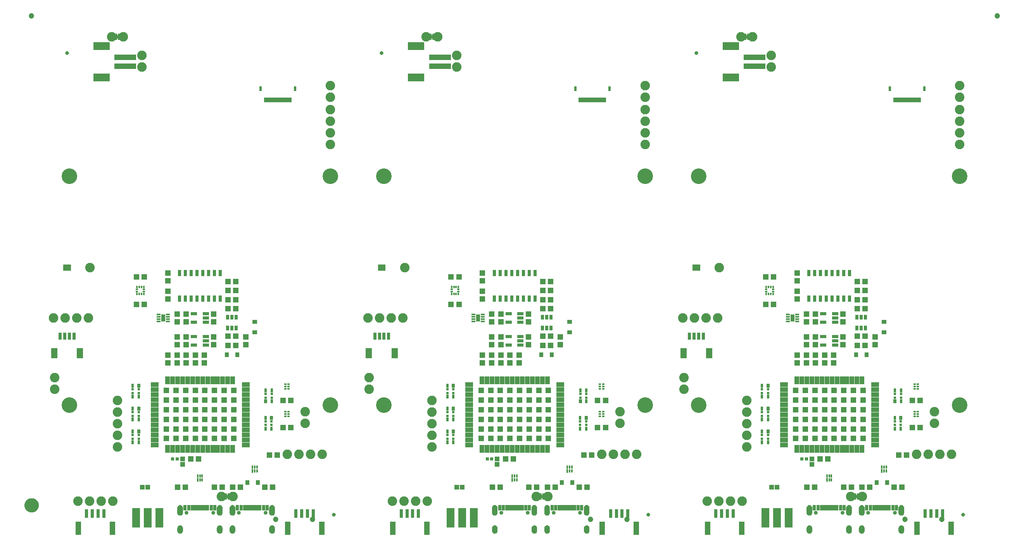
<source format=gts>
G04 EAGLE Gerber RS-274X export*
G75*
%MOMM*%
%FSLAX34Y34*%
%LPD*%
%INSoldermask Top*%
%IPPOS*%
%AMOC8*
5,1,8,0,0,1.08239X$1,22.5*%
G01*
%ADD10C,0.838200*%
%ADD11R,1.203200X1.303200*%
%ADD12R,1.403200X0.753200*%
%ADD13R,1.103200X1.053200*%
%ADD14R,1.303200X1.203200*%
%ADD15R,0.803200X0.803200*%
%ADD16R,0.503200X1.203200*%
%ADD17R,0.803200X1.203200*%
%ADD18C,0.853200*%
%ADD19R,0.453200X0.813200*%
%ADD20R,0.453200X0.763200*%
%ADD21R,1.703200X4.203200*%
%ADD22C,3.403600*%
%ADD23R,4.803200X1.203200*%
%ADD24R,3.603200X1.803200*%
%ADD25C,2.082800*%
%ADD26R,0.803200X1.903200*%
%ADD27R,1.203200X2.903200*%
%ADD28R,0.833200X1.033200*%
%ADD29R,0.840000X0.440000*%
%ADD30R,0.940000X1.520000*%
%ADD31R,0.838200X1.473200*%
%ADD32R,1.403200X2.203200*%
%ADD33R,0.803200X1.553200*%
%ADD34R,0.803200X1.403200*%
%ADD35R,0.620000X0.840000*%
%ADD36R,0.620000X0.560000*%
%ADD37R,0.640000X0.840000*%
%ADD38R,0.753200X1.003200*%
%ADD39R,1.033200X0.833200*%
%ADD40R,0.478200X0.453200*%
%ADD41R,0.453200X0.478200*%
%ADD42R,1.053200X1.103200*%
%ADD43R,0.503200X1.003200*%
%ADD44R,0.603200X1.003200*%
%ADD45R,0.620000X0.400000*%
%ADD46R,1.003200X1.703200*%
%ADD47R,1.703200X1.003200*%
%ADD48R,1.303200X1.303200*%
%ADD49C,1.203200*%
%ADD50C,1.270000*%
%ADD51C,1.703200*%

G36*
X1673842Y40796D02*
X1673842Y40796D01*
X1673848Y40802D01*
X1673853Y40798D01*
X1675083Y41164D01*
X1675088Y41170D01*
X1675093Y41168D01*
X1676212Y41798D01*
X1676215Y41805D01*
X1676221Y41804D01*
X1677171Y42667D01*
X1677172Y42675D01*
X1677178Y42676D01*
X1677912Y43728D01*
X1677912Y43736D01*
X1677917Y43738D01*
X1678399Y44928D01*
X1678397Y44933D01*
X1678401Y44936D01*
X1678400Y44937D01*
X1678402Y44938D01*
X1678607Y46205D01*
X1678604Y46211D01*
X1678607Y46213D01*
X1678607Y58213D01*
X1678604Y58217D01*
X1678607Y58220D01*
X1678452Y59342D01*
X1678447Y59347D01*
X1678450Y59352D01*
X1678079Y60422D01*
X1678073Y60426D01*
X1678075Y60431D01*
X1677502Y61409D01*
X1677496Y61411D01*
X1677497Y61416D01*
X1676744Y62264D01*
X1676737Y62265D01*
X1676737Y62270D01*
X1675834Y62954D01*
X1675827Y62954D01*
X1675826Y62959D01*
X1674807Y63454D01*
X1674800Y63453D01*
X1674798Y63457D01*
X1673701Y63744D01*
X1673695Y63741D01*
X1673692Y63745D01*
X1672561Y63812D01*
X1672555Y63812D01*
X1671424Y63745D01*
X1671419Y63741D01*
X1671415Y63744D01*
X1670318Y63457D01*
X1670314Y63452D01*
X1670309Y63454D01*
X1669290Y62959D01*
X1669287Y62953D01*
X1669282Y62954D01*
X1668379Y62270D01*
X1668377Y62263D01*
X1668372Y62264D01*
X1667619Y61416D01*
X1667619Y61409D01*
X1667614Y61409D01*
X1667041Y60431D01*
X1667042Y60428D01*
X1667041Y60427D01*
X1667042Y60426D01*
X1667042Y60424D01*
X1667037Y60422D01*
X1666666Y59352D01*
X1666668Y59346D01*
X1666665Y59344D01*
X1666665Y59343D01*
X1666664Y59342D01*
X1666509Y58220D01*
X1666512Y58215D01*
X1666509Y58213D01*
X1666509Y46213D01*
X1666512Y46208D01*
X1666509Y46205D01*
X1666714Y44938D01*
X1666720Y44933D01*
X1666717Y44928D01*
X1667199Y43738D01*
X1667206Y43734D01*
X1667204Y43728D01*
X1667938Y42676D01*
X1667946Y42673D01*
X1667945Y42667D01*
X1668895Y41804D01*
X1668904Y41804D01*
X1668904Y41798D01*
X1670023Y41168D01*
X1670031Y41169D01*
X1670033Y41164D01*
X1671263Y40798D01*
X1671271Y40801D01*
X1671274Y40796D01*
X1672555Y40714D01*
X1672559Y40717D01*
X1672561Y40714D01*
X1673842Y40796D01*
G37*
G36*
X500402Y40796D02*
X500402Y40796D01*
X500408Y40802D01*
X500413Y40798D01*
X501643Y41164D01*
X501648Y41170D01*
X501653Y41168D01*
X502772Y41798D01*
X502775Y41805D01*
X502781Y41804D01*
X503731Y42667D01*
X503732Y42675D01*
X503738Y42676D01*
X504472Y43728D01*
X504472Y43736D01*
X504477Y43738D01*
X504959Y44928D01*
X504957Y44933D01*
X504961Y44936D01*
X504960Y44937D01*
X504962Y44938D01*
X505167Y46205D01*
X505164Y46211D01*
X505167Y46213D01*
X505167Y58213D01*
X505164Y58217D01*
X505167Y58220D01*
X505012Y59342D01*
X505007Y59347D01*
X505010Y59352D01*
X504639Y60422D01*
X504633Y60426D01*
X504635Y60431D01*
X504062Y61409D01*
X504056Y61411D01*
X504057Y61416D01*
X503304Y62264D01*
X503297Y62265D01*
X503297Y62270D01*
X502394Y62954D01*
X502387Y62954D01*
X502386Y62959D01*
X501367Y63454D01*
X501360Y63453D01*
X501358Y63457D01*
X500261Y63744D01*
X500255Y63741D01*
X500252Y63745D01*
X499121Y63812D01*
X499115Y63812D01*
X497984Y63745D01*
X497979Y63741D01*
X497975Y63744D01*
X496878Y63457D01*
X496874Y63452D01*
X496869Y63454D01*
X495850Y62959D01*
X495847Y62953D01*
X495842Y62954D01*
X494939Y62270D01*
X494937Y62263D01*
X494932Y62264D01*
X494179Y61416D01*
X494179Y61409D01*
X494174Y61409D01*
X493601Y60431D01*
X493602Y60428D01*
X493601Y60427D01*
X493602Y60426D01*
X493602Y60424D01*
X493597Y60422D01*
X493226Y59352D01*
X493228Y59346D01*
X493225Y59344D01*
X493225Y59343D01*
X493224Y59342D01*
X493069Y58220D01*
X493072Y58215D01*
X493069Y58213D01*
X493069Y46213D01*
X493072Y46208D01*
X493069Y46205D01*
X493274Y44938D01*
X493280Y44933D01*
X493277Y44928D01*
X493759Y43738D01*
X493766Y43734D01*
X493764Y43728D01*
X494498Y42676D01*
X494506Y42673D01*
X494505Y42667D01*
X495455Y41804D01*
X495464Y41804D01*
X495464Y41798D01*
X496583Y41168D01*
X496591Y41169D01*
X496593Y41164D01*
X497823Y40798D01*
X497831Y40801D01*
X497834Y40796D01*
X499115Y40714D01*
X499119Y40717D01*
X499121Y40714D01*
X500402Y40796D01*
G37*
G36*
X299702Y40796D02*
X299702Y40796D01*
X299708Y40802D01*
X299713Y40798D01*
X300943Y41164D01*
X300948Y41170D01*
X300953Y41168D01*
X302072Y41798D01*
X302075Y41805D01*
X302081Y41804D01*
X303031Y42667D01*
X303032Y42675D01*
X303038Y42676D01*
X303772Y43728D01*
X303772Y43736D01*
X303777Y43738D01*
X304259Y44928D01*
X304257Y44933D01*
X304261Y44936D01*
X304260Y44937D01*
X304262Y44938D01*
X304467Y46205D01*
X304464Y46211D01*
X304467Y46213D01*
X304467Y58213D01*
X304464Y58217D01*
X304467Y58220D01*
X304312Y59342D01*
X304307Y59347D01*
X304310Y59352D01*
X303939Y60422D01*
X303933Y60426D01*
X303935Y60431D01*
X303362Y61409D01*
X303356Y61411D01*
X303357Y61416D01*
X302604Y62264D01*
X302597Y62265D01*
X302597Y62270D01*
X301694Y62954D01*
X301687Y62954D01*
X301686Y62959D01*
X300667Y63454D01*
X300660Y63453D01*
X300658Y63457D01*
X299561Y63744D01*
X299555Y63741D01*
X299552Y63745D01*
X298421Y63812D01*
X298415Y63812D01*
X297284Y63745D01*
X297279Y63741D01*
X297275Y63744D01*
X296178Y63457D01*
X296174Y63452D01*
X296169Y63454D01*
X295150Y62959D01*
X295147Y62953D01*
X295142Y62954D01*
X294239Y62270D01*
X294237Y62263D01*
X294232Y62264D01*
X293479Y61416D01*
X293479Y61409D01*
X293474Y61409D01*
X292901Y60431D01*
X292902Y60428D01*
X292901Y60427D01*
X292902Y60426D01*
X292902Y60424D01*
X292897Y60422D01*
X292526Y59352D01*
X292528Y59346D01*
X292525Y59344D01*
X292525Y59343D01*
X292524Y59342D01*
X292369Y58220D01*
X292372Y58215D01*
X292369Y58213D01*
X292369Y46213D01*
X292372Y46208D01*
X292369Y46205D01*
X292574Y44938D01*
X292580Y44933D01*
X292577Y44928D01*
X293059Y43738D01*
X293066Y43734D01*
X293064Y43728D01*
X293798Y42676D01*
X293806Y42673D01*
X293805Y42667D01*
X294755Y41804D01*
X294764Y41804D01*
X294764Y41798D01*
X295883Y41168D01*
X295891Y41169D01*
X295893Y41164D01*
X297123Y40798D01*
X297131Y40801D01*
X297134Y40796D01*
X298415Y40714D01*
X298419Y40717D01*
X298421Y40714D01*
X299702Y40796D01*
G37*
G36*
X1073172Y40796D02*
X1073172Y40796D01*
X1073178Y40802D01*
X1073183Y40798D01*
X1074413Y41164D01*
X1074418Y41170D01*
X1074423Y41168D01*
X1075542Y41798D01*
X1075545Y41805D01*
X1075551Y41804D01*
X1076501Y42667D01*
X1076502Y42675D01*
X1076508Y42676D01*
X1077242Y43728D01*
X1077242Y43736D01*
X1077247Y43738D01*
X1077729Y44928D01*
X1077727Y44933D01*
X1077731Y44936D01*
X1077730Y44937D01*
X1077732Y44938D01*
X1077937Y46205D01*
X1077934Y46211D01*
X1077937Y46213D01*
X1077937Y58213D01*
X1077934Y58217D01*
X1077937Y58220D01*
X1077782Y59342D01*
X1077777Y59347D01*
X1077780Y59352D01*
X1077409Y60422D01*
X1077403Y60426D01*
X1077405Y60431D01*
X1076832Y61409D01*
X1076826Y61411D01*
X1076827Y61416D01*
X1076074Y62264D01*
X1076067Y62265D01*
X1076067Y62270D01*
X1075164Y62954D01*
X1075157Y62954D01*
X1075156Y62959D01*
X1074137Y63454D01*
X1074130Y63453D01*
X1074128Y63457D01*
X1073031Y63744D01*
X1073025Y63741D01*
X1073022Y63745D01*
X1071891Y63812D01*
X1071885Y63812D01*
X1070754Y63745D01*
X1070749Y63741D01*
X1070745Y63744D01*
X1069648Y63457D01*
X1069644Y63452D01*
X1069639Y63454D01*
X1068620Y62959D01*
X1068617Y62953D01*
X1068612Y62954D01*
X1067709Y62270D01*
X1067707Y62263D01*
X1067702Y62264D01*
X1066949Y61416D01*
X1066949Y61409D01*
X1066944Y61409D01*
X1066371Y60431D01*
X1066372Y60428D01*
X1066371Y60427D01*
X1066372Y60426D01*
X1066372Y60424D01*
X1066367Y60422D01*
X1065996Y59352D01*
X1065998Y59346D01*
X1065995Y59344D01*
X1065995Y59343D01*
X1065994Y59342D01*
X1065839Y58220D01*
X1065842Y58215D01*
X1065839Y58213D01*
X1065839Y46213D01*
X1065842Y46208D01*
X1065839Y46205D01*
X1066044Y44938D01*
X1066050Y44933D01*
X1066047Y44928D01*
X1066529Y43738D01*
X1066536Y43734D01*
X1066534Y43728D01*
X1067268Y42676D01*
X1067276Y42673D01*
X1067275Y42667D01*
X1068225Y41804D01*
X1068234Y41804D01*
X1068234Y41798D01*
X1069353Y41168D01*
X1069361Y41169D01*
X1069363Y41164D01*
X1070593Y40798D01*
X1070601Y40801D01*
X1070604Y40796D01*
X1071885Y40714D01*
X1071889Y40717D01*
X1071891Y40714D01*
X1073172Y40796D01*
G37*
G36*
X1788142Y40796D02*
X1788142Y40796D01*
X1788148Y40802D01*
X1788153Y40798D01*
X1789383Y41164D01*
X1789388Y41170D01*
X1789393Y41168D01*
X1790512Y41798D01*
X1790515Y41805D01*
X1790521Y41804D01*
X1791471Y42667D01*
X1791472Y42675D01*
X1791478Y42676D01*
X1792212Y43728D01*
X1792212Y43736D01*
X1792217Y43738D01*
X1792699Y44928D01*
X1792697Y44933D01*
X1792701Y44936D01*
X1792700Y44937D01*
X1792702Y44938D01*
X1792907Y46205D01*
X1792904Y46211D01*
X1792907Y46213D01*
X1792907Y58213D01*
X1792904Y58217D01*
X1792907Y58220D01*
X1792752Y59342D01*
X1792747Y59347D01*
X1792750Y59352D01*
X1792379Y60422D01*
X1792373Y60426D01*
X1792375Y60431D01*
X1791802Y61409D01*
X1791796Y61411D01*
X1791797Y61416D01*
X1791044Y62264D01*
X1791037Y62265D01*
X1791037Y62270D01*
X1790134Y62954D01*
X1790127Y62954D01*
X1790126Y62959D01*
X1789107Y63454D01*
X1789100Y63453D01*
X1789098Y63457D01*
X1788001Y63744D01*
X1787995Y63741D01*
X1787992Y63745D01*
X1786861Y63812D01*
X1786855Y63812D01*
X1785724Y63745D01*
X1785719Y63741D01*
X1785715Y63744D01*
X1784618Y63457D01*
X1784614Y63452D01*
X1784609Y63454D01*
X1783590Y62959D01*
X1783587Y62953D01*
X1783582Y62954D01*
X1782679Y62270D01*
X1782677Y62263D01*
X1782672Y62264D01*
X1781919Y61416D01*
X1781919Y61409D01*
X1781914Y61409D01*
X1781341Y60431D01*
X1781342Y60428D01*
X1781341Y60427D01*
X1781342Y60426D01*
X1781342Y60424D01*
X1781337Y60422D01*
X1780966Y59352D01*
X1780968Y59346D01*
X1780965Y59344D01*
X1780965Y59343D01*
X1780964Y59342D01*
X1780809Y58220D01*
X1780812Y58215D01*
X1780809Y58213D01*
X1780809Y46213D01*
X1780812Y46208D01*
X1780809Y46205D01*
X1781014Y44938D01*
X1781020Y44933D01*
X1781017Y44928D01*
X1781499Y43738D01*
X1781506Y43734D01*
X1781504Y43728D01*
X1782238Y42676D01*
X1782246Y42673D01*
X1782245Y42667D01*
X1783195Y41804D01*
X1783204Y41804D01*
X1783204Y41798D01*
X1784323Y41168D01*
X1784331Y41169D01*
X1784333Y41164D01*
X1785563Y40798D01*
X1785571Y40801D01*
X1785574Y40796D01*
X1786855Y40714D01*
X1786859Y40717D01*
X1786861Y40714D01*
X1788142Y40796D01*
G37*
G36*
X1101072Y40796D02*
X1101072Y40796D01*
X1101078Y40802D01*
X1101083Y40798D01*
X1102313Y41164D01*
X1102318Y41170D01*
X1102323Y41168D01*
X1103442Y41798D01*
X1103445Y41805D01*
X1103451Y41804D01*
X1104401Y42667D01*
X1104402Y42675D01*
X1104408Y42676D01*
X1105142Y43728D01*
X1105142Y43736D01*
X1105147Y43738D01*
X1105629Y44928D01*
X1105627Y44933D01*
X1105631Y44936D01*
X1105630Y44937D01*
X1105632Y44938D01*
X1105837Y46205D01*
X1105834Y46211D01*
X1105837Y46213D01*
X1105837Y58213D01*
X1105834Y58217D01*
X1105837Y58220D01*
X1105682Y59342D01*
X1105677Y59347D01*
X1105680Y59352D01*
X1105309Y60422D01*
X1105303Y60426D01*
X1105305Y60431D01*
X1104732Y61409D01*
X1104726Y61411D01*
X1104727Y61416D01*
X1103974Y62264D01*
X1103967Y62265D01*
X1103967Y62270D01*
X1103064Y62954D01*
X1103057Y62954D01*
X1103056Y62959D01*
X1102037Y63454D01*
X1102030Y63453D01*
X1102028Y63457D01*
X1100931Y63744D01*
X1100925Y63741D01*
X1100922Y63745D01*
X1099791Y63812D01*
X1099785Y63812D01*
X1098654Y63745D01*
X1098649Y63741D01*
X1098645Y63744D01*
X1097548Y63457D01*
X1097544Y63452D01*
X1097539Y63454D01*
X1096520Y62959D01*
X1096517Y62953D01*
X1096512Y62954D01*
X1095609Y62270D01*
X1095607Y62263D01*
X1095602Y62264D01*
X1094849Y61416D01*
X1094849Y61409D01*
X1094844Y61409D01*
X1094271Y60431D01*
X1094272Y60428D01*
X1094271Y60427D01*
X1094272Y60426D01*
X1094272Y60424D01*
X1094267Y60422D01*
X1093896Y59352D01*
X1093898Y59346D01*
X1093895Y59344D01*
X1093895Y59343D01*
X1093894Y59342D01*
X1093739Y58220D01*
X1093742Y58215D01*
X1093739Y58213D01*
X1093739Y46213D01*
X1093742Y46208D01*
X1093739Y46205D01*
X1093944Y44938D01*
X1093950Y44933D01*
X1093947Y44928D01*
X1094429Y43738D01*
X1094436Y43734D01*
X1094434Y43728D01*
X1095168Y42676D01*
X1095176Y42673D01*
X1095175Y42667D01*
X1096125Y41804D01*
X1096134Y41804D01*
X1096134Y41798D01*
X1097253Y41168D01*
X1097261Y41169D01*
X1097263Y41164D01*
X1098493Y40798D01*
X1098501Y40801D01*
X1098504Y40796D01*
X1099785Y40714D01*
X1099789Y40717D01*
X1099791Y40714D01*
X1101072Y40796D01*
G37*
G36*
X1187472Y40796D02*
X1187472Y40796D01*
X1187478Y40802D01*
X1187483Y40798D01*
X1188713Y41164D01*
X1188718Y41170D01*
X1188723Y41168D01*
X1189842Y41798D01*
X1189845Y41805D01*
X1189851Y41804D01*
X1190801Y42667D01*
X1190802Y42675D01*
X1190808Y42676D01*
X1191542Y43728D01*
X1191542Y43736D01*
X1191547Y43738D01*
X1192029Y44928D01*
X1192027Y44933D01*
X1192031Y44936D01*
X1192030Y44937D01*
X1192032Y44938D01*
X1192237Y46205D01*
X1192234Y46211D01*
X1192237Y46213D01*
X1192237Y58213D01*
X1192234Y58217D01*
X1192237Y58220D01*
X1192082Y59342D01*
X1192077Y59347D01*
X1192080Y59352D01*
X1191709Y60422D01*
X1191703Y60426D01*
X1191705Y60431D01*
X1191132Y61409D01*
X1191126Y61411D01*
X1191127Y61416D01*
X1190374Y62264D01*
X1190367Y62265D01*
X1190367Y62270D01*
X1189464Y62954D01*
X1189457Y62954D01*
X1189456Y62959D01*
X1188437Y63454D01*
X1188430Y63453D01*
X1188428Y63457D01*
X1187331Y63744D01*
X1187325Y63741D01*
X1187322Y63745D01*
X1186191Y63812D01*
X1186185Y63812D01*
X1185054Y63745D01*
X1185049Y63741D01*
X1185045Y63744D01*
X1183948Y63457D01*
X1183944Y63452D01*
X1183939Y63454D01*
X1182920Y62959D01*
X1182917Y62953D01*
X1182912Y62954D01*
X1182009Y62270D01*
X1182007Y62263D01*
X1182002Y62264D01*
X1181249Y61416D01*
X1181249Y61409D01*
X1181244Y61409D01*
X1180671Y60431D01*
X1180672Y60428D01*
X1180671Y60427D01*
X1180672Y60426D01*
X1180672Y60424D01*
X1180667Y60422D01*
X1180296Y59352D01*
X1180298Y59346D01*
X1180295Y59344D01*
X1180295Y59343D01*
X1180294Y59342D01*
X1180139Y58220D01*
X1180142Y58215D01*
X1180139Y58213D01*
X1180139Y46213D01*
X1180142Y46208D01*
X1180139Y46205D01*
X1180344Y44938D01*
X1180350Y44933D01*
X1180347Y44928D01*
X1180829Y43738D01*
X1180836Y43734D01*
X1180834Y43728D01*
X1181568Y42676D01*
X1181576Y42673D01*
X1181575Y42667D01*
X1182525Y41804D01*
X1182534Y41804D01*
X1182534Y41798D01*
X1183653Y41168D01*
X1183661Y41169D01*
X1183663Y41164D01*
X1184893Y40798D01*
X1184901Y40801D01*
X1184904Y40796D01*
X1186185Y40714D01*
X1186189Y40717D01*
X1186191Y40714D01*
X1187472Y40796D01*
G37*
G36*
X1874542Y40796D02*
X1874542Y40796D01*
X1874548Y40802D01*
X1874553Y40798D01*
X1875783Y41164D01*
X1875788Y41170D01*
X1875793Y41168D01*
X1876912Y41798D01*
X1876915Y41805D01*
X1876921Y41804D01*
X1877871Y42667D01*
X1877872Y42675D01*
X1877878Y42676D01*
X1878612Y43728D01*
X1878612Y43736D01*
X1878617Y43738D01*
X1879099Y44928D01*
X1879097Y44933D01*
X1879101Y44936D01*
X1879100Y44937D01*
X1879102Y44938D01*
X1879307Y46205D01*
X1879304Y46211D01*
X1879307Y46213D01*
X1879307Y58213D01*
X1879304Y58217D01*
X1879307Y58220D01*
X1879152Y59342D01*
X1879147Y59347D01*
X1879150Y59352D01*
X1878779Y60422D01*
X1878773Y60426D01*
X1878775Y60431D01*
X1878202Y61409D01*
X1878196Y61411D01*
X1878197Y61416D01*
X1877444Y62264D01*
X1877437Y62265D01*
X1877437Y62270D01*
X1876534Y62954D01*
X1876527Y62954D01*
X1876526Y62959D01*
X1875507Y63454D01*
X1875500Y63453D01*
X1875498Y63457D01*
X1874401Y63744D01*
X1874395Y63741D01*
X1874392Y63745D01*
X1873261Y63812D01*
X1873255Y63812D01*
X1872124Y63745D01*
X1872119Y63741D01*
X1872115Y63744D01*
X1871018Y63457D01*
X1871014Y63452D01*
X1871009Y63454D01*
X1869990Y62959D01*
X1869987Y62953D01*
X1869982Y62954D01*
X1869079Y62270D01*
X1869077Y62263D01*
X1869072Y62264D01*
X1868319Y61416D01*
X1868319Y61409D01*
X1868314Y61409D01*
X1867741Y60431D01*
X1867742Y60428D01*
X1867741Y60427D01*
X1867742Y60426D01*
X1867742Y60424D01*
X1867737Y60422D01*
X1867366Y59352D01*
X1867368Y59346D01*
X1867365Y59344D01*
X1867365Y59343D01*
X1867364Y59342D01*
X1867209Y58220D01*
X1867212Y58215D01*
X1867209Y58213D01*
X1867209Y46213D01*
X1867212Y46208D01*
X1867209Y46205D01*
X1867414Y44938D01*
X1867420Y44933D01*
X1867417Y44928D01*
X1867899Y43738D01*
X1867906Y43734D01*
X1867904Y43728D01*
X1868638Y42676D01*
X1868646Y42673D01*
X1868645Y42667D01*
X1869595Y41804D01*
X1869604Y41804D01*
X1869604Y41798D01*
X1870723Y41168D01*
X1870731Y41169D01*
X1870733Y41164D01*
X1871963Y40798D01*
X1871971Y40801D01*
X1871974Y40796D01*
X1873255Y40714D01*
X1873259Y40717D01*
X1873261Y40714D01*
X1874542Y40796D01*
G37*
G36*
X386102Y40796D02*
X386102Y40796D01*
X386108Y40802D01*
X386113Y40798D01*
X387343Y41164D01*
X387348Y41170D01*
X387353Y41168D01*
X388472Y41798D01*
X388475Y41805D01*
X388481Y41804D01*
X389431Y42667D01*
X389432Y42675D01*
X389438Y42676D01*
X390172Y43728D01*
X390172Y43736D01*
X390177Y43738D01*
X390659Y44928D01*
X390657Y44933D01*
X390661Y44936D01*
X390660Y44937D01*
X390662Y44938D01*
X390867Y46205D01*
X390864Y46211D01*
X390867Y46213D01*
X390867Y58213D01*
X390864Y58217D01*
X390867Y58220D01*
X390712Y59342D01*
X390707Y59347D01*
X390710Y59352D01*
X390339Y60422D01*
X390333Y60426D01*
X390335Y60431D01*
X389762Y61409D01*
X389756Y61411D01*
X389757Y61416D01*
X389004Y62264D01*
X388997Y62265D01*
X388997Y62270D01*
X388094Y62954D01*
X388087Y62954D01*
X388086Y62959D01*
X387067Y63454D01*
X387060Y63453D01*
X387058Y63457D01*
X385961Y63744D01*
X385955Y63741D01*
X385952Y63745D01*
X384821Y63812D01*
X384815Y63812D01*
X383684Y63745D01*
X383679Y63741D01*
X383675Y63744D01*
X382578Y63457D01*
X382574Y63452D01*
X382569Y63454D01*
X381550Y62959D01*
X381547Y62953D01*
X381542Y62954D01*
X380639Y62270D01*
X380637Y62263D01*
X380632Y62264D01*
X379879Y61416D01*
X379879Y61409D01*
X379874Y61409D01*
X379301Y60431D01*
X379302Y60428D01*
X379301Y60427D01*
X379302Y60426D01*
X379302Y60424D01*
X379297Y60422D01*
X378926Y59352D01*
X378928Y59346D01*
X378925Y59344D01*
X378925Y59343D01*
X378924Y59342D01*
X378769Y58220D01*
X378772Y58215D01*
X378769Y58213D01*
X378769Y46213D01*
X378772Y46208D01*
X378769Y46205D01*
X378974Y44938D01*
X378980Y44933D01*
X378977Y44928D01*
X379459Y43738D01*
X379466Y43734D01*
X379464Y43728D01*
X380198Y42676D01*
X380206Y42673D01*
X380205Y42667D01*
X381155Y41804D01*
X381164Y41804D01*
X381164Y41798D01*
X382283Y41168D01*
X382291Y41169D01*
X382293Y41164D01*
X383523Y40798D01*
X383531Y40801D01*
X383534Y40796D01*
X384815Y40714D01*
X384819Y40717D01*
X384821Y40714D01*
X386102Y40796D01*
G37*
G36*
X1760242Y40796D02*
X1760242Y40796D01*
X1760248Y40802D01*
X1760253Y40798D01*
X1761483Y41164D01*
X1761488Y41170D01*
X1761493Y41168D01*
X1762612Y41798D01*
X1762615Y41805D01*
X1762621Y41804D01*
X1763571Y42667D01*
X1763572Y42675D01*
X1763578Y42676D01*
X1764312Y43728D01*
X1764312Y43736D01*
X1764317Y43738D01*
X1764799Y44928D01*
X1764797Y44933D01*
X1764801Y44936D01*
X1764800Y44937D01*
X1764802Y44938D01*
X1765007Y46205D01*
X1765004Y46211D01*
X1765007Y46213D01*
X1765007Y58213D01*
X1765004Y58217D01*
X1765007Y58220D01*
X1764852Y59342D01*
X1764847Y59347D01*
X1764850Y59352D01*
X1764479Y60422D01*
X1764473Y60426D01*
X1764475Y60431D01*
X1763902Y61409D01*
X1763896Y61411D01*
X1763897Y61416D01*
X1763144Y62264D01*
X1763137Y62265D01*
X1763137Y62270D01*
X1762234Y62954D01*
X1762227Y62954D01*
X1762226Y62959D01*
X1761207Y63454D01*
X1761200Y63453D01*
X1761198Y63457D01*
X1760101Y63744D01*
X1760095Y63741D01*
X1760092Y63745D01*
X1758961Y63812D01*
X1758955Y63812D01*
X1757824Y63745D01*
X1757819Y63741D01*
X1757815Y63744D01*
X1756718Y63457D01*
X1756714Y63452D01*
X1756709Y63454D01*
X1755690Y62959D01*
X1755687Y62953D01*
X1755682Y62954D01*
X1754779Y62270D01*
X1754777Y62263D01*
X1754772Y62264D01*
X1754019Y61416D01*
X1754019Y61409D01*
X1754014Y61409D01*
X1753441Y60431D01*
X1753442Y60428D01*
X1753441Y60427D01*
X1753442Y60426D01*
X1753442Y60424D01*
X1753437Y60422D01*
X1753066Y59352D01*
X1753068Y59346D01*
X1753065Y59344D01*
X1753065Y59343D01*
X1753064Y59342D01*
X1752909Y58220D01*
X1752912Y58215D01*
X1752909Y58213D01*
X1752909Y46213D01*
X1752912Y46208D01*
X1752909Y46205D01*
X1753114Y44938D01*
X1753120Y44933D01*
X1753117Y44928D01*
X1753599Y43738D01*
X1753606Y43734D01*
X1753604Y43728D01*
X1754338Y42676D01*
X1754346Y42673D01*
X1754345Y42667D01*
X1755295Y41804D01*
X1755304Y41804D01*
X1755304Y41798D01*
X1756423Y41168D01*
X1756431Y41169D01*
X1756433Y41164D01*
X1757663Y40798D01*
X1757671Y40801D01*
X1757674Y40796D01*
X1758955Y40714D01*
X1758959Y40717D01*
X1758961Y40714D01*
X1760242Y40796D01*
G37*
G36*
X414002Y40796D02*
X414002Y40796D01*
X414008Y40802D01*
X414013Y40798D01*
X415243Y41164D01*
X415248Y41170D01*
X415253Y41168D01*
X416372Y41798D01*
X416375Y41805D01*
X416381Y41804D01*
X417331Y42667D01*
X417332Y42675D01*
X417338Y42676D01*
X418072Y43728D01*
X418072Y43736D01*
X418077Y43738D01*
X418559Y44928D01*
X418557Y44933D01*
X418561Y44936D01*
X418560Y44937D01*
X418562Y44938D01*
X418767Y46205D01*
X418764Y46211D01*
X418767Y46213D01*
X418767Y58213D01*
X418764Y58217D01*
X418767Y58220D01*
X418612Y59342D01*
X418607Y59347D01*
X418610Y59352D01*
X418239Y60422D01*
X418233Y60426D01*
X418235Y60431D01*
X417662Y61409D01*
X417656Y61411D01*
X417657Y61416D01*
X416904Y62264D01*
X416897Y62265D01*
X416897Y62270D01*
X415994Y62954D01*
X415987Y62954D01*
X415986Y62959D01*
X414967Y63454D01*
X414960Y63453D01*
X414958Y63457D01*
X413861Y63744D01*
X413855Y63741D01*
X413852Y63745D01*
X412721Y63812D01*
X412715Y63812D01*
X411584Y63745D01*
X411579Y63741D01*
X411575Y63744D01*
X410478Y63457D01*
X410474Y63452D01*
X410469Y63454D01*
X409450Y62959D01*
X409447Y62953D01*
X409442Y62954D01*
X408539Y62270D01*
X408537Y62263D01*
X408532Y62264D01*
X407779Y61416D01*
X407779Y61409D01*
X407774Y61409D01*
X407201Y60431D01*
X407202Y60428D01*
X407201Y60427D01*
X407202Y60426D01*
X407202Y60424D01*
X407197Y60422D01*
X406826Y59352D01*
X406828Y59346D01*
X406825Y59344D01*
X406825Y59343D01*
X406824Y59342D01*
X406669Y58220D01*
X406672Y58215D01*
X406669Y58213D01*
X406669Y46213D01*
X406672Y46208D01*
X406669Y46205D01*
X406874Y44938D01*
X406880Y44933D01*
X406877Y44928D01*
X407359Y43738D01*
X407366Y43734D01*
X407364Y43728D01*
X408098Y42676D01*
X408106Y42673D01*
X408105Y42667D01*
X409055Y41804D01*
X409064Y41804D01*
X409064Y41798D01*
X410183Y41168D01*
X410191Y41169D01*
X410193Y41164D01*
X411423Y40798D01*
X411431Y40801D01*
X411434Y40796D01*
X412715Y40714D01*
X412719Y40717D01*
X412721Y40714D01*
X414002Y40796D01*
G37*
G36*
X986772Y40796D02*
X986772Y40796D01*
X986778Y40802D01*
X986783Y40798D01*
X988013Y41164D01*
X988018Y41170D01*
X988023Y41168D01*
X989142Y41798D01*
X989145Y41805D01*
X989151Y41804D01*
X990101Y42667D01*
X990102Y42675D01*
X990108Y42676D01*
X990842Y43728D01*
X990842Y43736D01*
X990847Y43738D01*
X991329Y44928D01*
X991327Y44933D01*
X991331Y44936D01*
X991330Y44937D01*
X991332Y44938D01*
X991537Y46205D01*
X991534Y46211D01*
X991537Y46213D01*
X991537Y58213D01*
X991534Y58217D01*
X991537Y58220D01*
X991382Y59342D01*
X991377Y59347D01*
X991380Y59352D01*
X991009Y60422D01*
X991003Y60426D01*
X991005Y60431D01*
X990432Y61409D01*
X990426Y61411D01*
X990427Y61416D01*
X989674Y62264D01*
X989667Y62265D01*
X989667Y62270D01*
X988764Y62954D01*
X988757Y62954D01*
X988756Y62959D01*
X987737Y63454D01*
X987730Y63453D01*
X987728Y63457D01*
X986631Y63744D01*
X986625Y63741D01*
X986622Y63745D01*
X985491Y63812D01*
X985485Y63812D01*
X984354Y63745D01*
X984349Y63741D01*
X984345Y63744D01*
X983248Y63457D01*
X983244Y63452D01*
X983239Y63454D01*
X982220Y62959D01*
X982217Y62953D01*
X982212Y62954D01*
X981309Y62270D01*
X981307Y62263D01*
X981302Y62264D01*
X980549Y61416D01*
X980549Y61409D01*
X980544Y61409D01*
X979971Y60431D01*
X979972Y60428D01*
X979971Y60427D01*
X979972Y60426D01*
X979972Y60424D01*
X979967Y60422D01*
X979596Y59352D01*
X979598Y59346D01*
X979595Y59344D01*
X979595Y59343D01*
X979594Y59342D01*
X979439Y58220D01*
X979442Y58215D01*
X979439Y58213D01*
X979439Y46213D01*
X979442Y46208D01*
X979439Y46205D01*
X979644Y44938D01*
X979650Y44933D01*
X979647Y44928D01*
X980129Y43738D01*
X980136Y43734D01*
X980134Y43728D01*
X980868Y42676D01*
X980876Y42673D01*
X980875Y42667D01*
X981825Y41804D01*
X981834Y41804D01*
X981834Y41798D01*
X982953Y41168D01*
X982961Y41169D01*
X982963Y41164D01*
X984193Y40798D01*
X984201Y40801D01*
X984204Y40796D01*
X985485Y40714D01*
X985489Y40717D01*
X985491Y40714D01*
X986772Y40796D01*
G37*
G36*
X413889Y1524D02*
X413889Y1524D01*
X413894Y1529D01*
X413898Y1526D01*
X415021Y1861D01*
X415025Y1867D01*
X415029Y1865D01*
X416065Y2413D01*
X416068Y2419D01*
X416073Y2418D01*
X416981Y3157D01*
X416983Y3164D01*
X416988Y3164D01*
X417735Y4066D01*
X417735Y4074D01*
X417741Y4074D01*
X418297Y5105D01*
X418296Y5112D01*
X418301Y5114D01*
X418645Y6234D01*
X418643Y6240D01*
X418647Y6243D01*
X418767Y7408D01*
X418765Y7411D01*
X418767Y7413D01*
X418767Y13413D01*
X418765Y13416D01*
X418767Y13418D01*
X418656Y14594D01*
X418651Y14599D01*
X418654Y14603D01*
X418316Y15735D01*
X418310Y15739D01*
X418312Y15744D01*
X417760Y16788D01*
X417753Y16791D01*
X417755Y16796D01*
X417009Y17712D01*
X417002Y17714D01*
X417002Y17719D01*
X416093Y18472D01*
X416085Y18472D01*
X416085Y18477D01*
X415045Y19038D01*
X415038Y19037D01*
X415036Y19042D01*
X413907Y19390D01*
X413901Y19387D01*
X413898Y19392D01*
X412723Y19512D01*
X412716Y19508D01*
X412712Y19512D01*
X411372Y19355D01*
X411366Y19350D01*
X411361Y19353D01*
X410090Y18902D01*
X410085Y18895D01*
X410080Y18897D01*
X408941Y18175D01*
X408938Y18167D01*
X408932Y18168D01*
X407982Y17210D01*
X407981Y17202D01*
X407975Y17201D01*
X407262Y16056D01*
X407263Y16048D01*
X407257Y16046D01*
X406817Y14771D01*
X406819Y14763D01*
X406815Y14760D01*
X406669Y13419D01*
X406671Y13415D01*
X406669Y13413D01*
X406669Y7413D01*
X406671Y7410D01*
X406669Y7407D01*
X406824Y6079D01*
X406830Y6073D01*
X406827Y6068D01*
X407274Y4807D01*
X407281Y4802D01*
X407279Y4797D01*
X407996Y3667D01*
X408003Y3664D01*
X408002Y3658D01*
X408953Y2716D01*
X408961Y2715D01*
X408961Y2709D01*
X410097Y2002D01*
X410105Y2003D01*
X410107Y1998D01*
X411372Y1561D01*
X411377Y1563D01*
X411378Y1562D01*
X411381Y1562D01*
X411383Y1558D01*
X412713Y1414D01*
X412719Y1418D01*
X412723Y1414D01*
X413889Y1524D01*
G37*
G36*
X500289Y1524D02*
X500289Y1524D01*
X500294Y1529D01*
X500298Y1526D01*
X501421Y1861D01*
X501425Y1867D01*
X501429Y1865D01*
X502465Y2413D01*
X502468Y2419D01*
X502473Y2418D01*
X503381Y3157D01*
X503383Y3164D01*
X503388Y3164D01*
X504135Y4066D01*
X504135Y4074D01*
X504141Y4074D01*
X504697Y5105D01*
X504696Y5112D01*
X504701Y5114D01*
X505045Y6234D01*
X505043Y6240D01*
X505047Y6243D01*
X505167Y7408D01*
X505165Y7411D01*
X505167Y7413D01*
X505167Y13413D01*
X505165Y13416D01*
X505167Y13418D01*
X505056Y14594D01*
X505051Y14599D01*
X505054Y14603D01*
X504716Y15735D01*
X504710Y15739D01*
X504712Y15744D01*
X504160Y16788D01*
X504153Y16791D01*
X504155Y16796D01*
X503409Y17712D01*
X503402Y17714D01*
X503402Y17719D01*
X502493Y18472D01*
X502485Y18472D01*
X502485Y18477D01*
X501445Y19038D01*
X501438Y19037D01*
X501436Y19042D01*
X500307Y19390D01*
X500301Y19387D01*
X500298Y19392D01*
X499123Y19512D01*
X499116Y19508D01*
X499112Y19512D01*
X497772Y19355D01*
X497766Y19350D01*
X497761Y19353D01*
X496490Y18902D01*
X496485Y18895D01*
X496480Y18897D01*
X495341Y18175D01*
X495338Y18167D01*
X495332Y18168D01*
X494382Y17210D01*
X494381Y17202D01*
X494375Y17201D01*
X493662Y16056D01*
X493663Y16048D01*
X493657Y16046D01*
X493217Y14771D01*
X493219Y14763D01*
X493215Y14760D01*
X493069Y13419D01*
X493071Y13415D01*
X493069Y13413D01*
X493069Y7413D01*
X493071Y7410D01*
X493069Y7407D01*
X493224Y6079D01*
X493230Y6073D01*
X493227Y6068D01*
X493674Y4807D01*
X493681Y4802D01*
X493679Y4797D01*
X494396Y3667D01*
X494403Y3664D01*
X494402Y3658D01*
X495353Y2716D01*
X495361Y2715D01*
X495361Y2709D01*
X496497Y2002D01*
X496505Y2003D01*
X496507Y1998D01*
X497772Y1561D01*
X497777Y1563D01*
X497778Y1562D01*
X497781Y1562D01*
X497783Y1558D01*
X499113Y1414D01*
X499119Y1418D01*
X499123Y1414D01*
X500289Y1524D01*
G37*
G36*
X1760129Y1524D02*
X1760129Y1524D01*
X1760134Y1529D01*
X1760138Y1526D01*
X1761261Y1861D01*
X1761265Y1867D01*
X1761269Y1865D01*
X1762305Y2413D01*
X1762308Y2419D01*
X1762313Y2418D01*
X1763221Y3157D01*
X1763223Y3164D01*
X1763228Y3164D01*
X1763975Y4066D01*
X1763975Y4074D01*
X1763981Y4074D01*
X1764537Y5105D01*
X1764536Y5112D01*
X1764541Y5114D01*
X1764885Y6234D01*
X1764883Y6240D01*
X1764887Y6243D01*
X1765007Y7408D01*
X1765005Y7411D01*
X1765007Y7413D01*
X1765007Y13413D01*
X1765005Y13416D01*
X1765007Y13418D01*
X1764896Y14594D01*
X1764891Y14599D01*
X1764894Y14603D01*
X1764556Y15735D01*
X1764550Y15739D01*
X1764552Y15744D01*
X1764000Y16788D01*
X1763993Y16791D01*
X1763995Y16796D01*
X1763249Y17712D01*
X1763242Y17714D01*
X1763242Y17719D01*
X1762333Y18472D01*
X1762325Y18472D01*
X1762325Y18477D01*
X1761285Y19038D01*
X1761278Y19037D01*
X1761276Y19042D01*
X1760147Y19390D01*
X1760141Y19387D01*
X1760138Y19392D01*
X1758963Y19512D01*
X1758956Y19508D01*
X1758952Y19512D01*
X1757612Y19355D01*
X1757606Y19350D01*
X1757601Y19353D01*
X1756330Y18902D01*
X1756325Y18895D01*
X1756320Y18897D01*
X1755181Y18175D01*
X1755178Y18167D01*
X1755172Y18168D01*
X1754222Y17210D01*
X1754221Y17202D01*
X1754215Y17201D01*
X1753502Y16056D01*
X1753503Y16048D01*
X1753497Y16046D01*
X1753057Y14771D01*
X1753059Y14763D01*
X1753055Y14760D01*
X1752909Y13419D01*
X1752911Y13415D01*
X1752909Y13413D01*
X1752909Y7413D01*
X1752911Y7410D01*
X1752909Y7407D01*
X1753064Y6079D01*
X1753070Y6073D01*
X1753067Y6068D01*
X1753514Y4807D01*
X1753521Y4802D01*
X1753519Y4797D01*
X1754236Y3667D01*
X1754243Y3664D01*
X1754242Y3658D01*
X1755193Y2716D01*
X1755201Y2715D01*
X1755201Y2709D01*
X1756337Y2002D01*
X1756345Y2003D01*
X1756347Y1998D01*
X1757612Y1561D01*
X1757617Y1563D01*
X1757618Y1562D01*
X1757621Y1562D01*
X1757623Y1558D01*
X1758953Y1414D01*
X1758959Y1418D01*
X1758963Y1414D01*
X1760129Y1524D01*
G37*
G36*
X385989Y1524D02*
X385989Y1524D01*
X385994Y1529D01*
X385998Y1526D01*
X387121Y1861D01*
X387125Y1867D01*
X387129Y1865D01*
X388165Y2413D01*
X388168Y2419D01*
X388173Y2418D01*
X389081Y3157D01*
X389083Y3164D01*
X389088Y3164D01*
X389835Y4066D01*
X389835Y4074D01*
X389841Y4074D01*
X390397Y5105D01*
X390396Y5112D01*
X390401Y5114D01*
X390745Y6234D01*
X390743Y6240D01*
X390747Y6243D01*
X390867Y7408D01*
X390865Y7411D01*
X390867Y7413D01*
X390867Y13413D01*
X390865Y13416D01*
X390867Y13418D01*
X390756Y14594D01*
X390751Y14599D01*
X390754Y14603D01*
X390416Y15735D01*
X390410Y15739D01*
X390412Y15744D01*
X389860Y16788D01*
X389853Y16791D01*
X389855Y16796D01*
X389109Y17712D01*
X389102Y17714D01*
X389102Y17719D01*
X388193Y18472D01*
X388185Y18472D01*
X388185Y18477D01*
X387145Y19038D01*
X387138Y19037D01*
X387136Y19042D01*
X386007Y19390D01*
X386001Y19387D01*
X385998Y19392D01*
X384823Y19512D01*
X384816Y19508D01*
X384812Y19512D01*
X383472Y19355D01*
X383466Y19350D01*
X383461Y19353D01*
X382190Y18902D01*
X382185Y18895D01*
X382180Y18897D01*
X381041Y18175D01*
X381038Y18167D01*
X381032Y18168D01*
X380082Y17210D01*
X380081Y17202D01*
X380075Y17201D01*
X379362Y16056D01*
X379363Y16048D01*
X379357Y16046D01*
X378917Y14771D01*
X378919Y14763D01*
X378915Y14760D01*
X378769Y13419D01*
X378771Y13415D01*
X378769Y13413D01*
X378769Y7413D01*
X378771Y7410D01*
X378769Y7407D01*
X378924Y6079D01*
X378930Y6073D01*
X378927Y6068D01*
X379374Y4807D01*
X379381Y4802D01*
X379379Y4797D01*
X380096Y3667D01*
X380103Y3664D01*
X380102Y3658D01*
X381053Y2716D01*
X381061Y2715D01*
X381061Y2709D01*
X382197Y2002D01*
X382205Y2003D01*
X382207Y1998D01*
X383472Y1561D01*
X383477Y1563D01*
X383478Y1562D01*
X383481Y1562D01*
X383483Y1558D01*
X384813Y1414D01*
X384819Y1418D01*
X384823Y1414D01*
X385989Y1524D01*
G37*
G36*
X986659Y1524D02*
X986659Y1524D01*
X986664Y1529D01*
X986668Y1526D01*
X987791Y1861D01*
X987795Y1867D01*
X987799Y1865D01*
X988835Y2413D01*
X988838Y2419D01*
X988843Y2418D01*
X989751Y3157D01*
X989753Y3164D01*
X989758Y3164D01*
X990505Y4066D01*
X990505Y4074D01*
X990511Y4074D01*
X991067Y5105D01*
X991066Y5112D01*
X991071Y5114D01*
X991415Y6234D01*
X991413Y6240D01*
X991417Y6243D01*
X991537Y7408D01*
X991535Y7411D01*
X991537Y7413D01*
X991537Y13413D01*
X991535Y13416D01*
X991537Y13418D01*
X991426Y14594D01*
X991421Y14599D01*
X991424Y14603D01*
X991086Y15735D01*
X991080Y15739D01*
X991082Y15744D01*
X990530Y16788D01*
X990523Y16791D01*
X990525Y16796D01*
X989779Y17712D01*
X989772Y17714D01*
X989772Y17719D01*
X988863Y18472D01*
X988855Y18472D01*
X988855Y18477D01*
X987815Y19038D01*
X987808Y19037D01*
X987806Y19042D01*
X986677Y19390D01*
X986671Y19387D01*
X986668Y19392D01*
X985493Y19512D01*
X985486Y19508D01*
X985482Y19512D01*
X984142Y19355D01*
X984136Y19350D01*
X984131Y19353D01*
X982860Y18902D01*
X982855Y18895D01*
X982850Y18897D01*
X981711Y18175D01*
X981708Y18167D01*
X981702Y18168D01*
X980752Y17210D01*
X980751Y17202D01*
X980745Y17201D01*
X980032Y16056D01*
X980033Y16048D01*
X980027Y16046D01*
X979587Y14771D01*
X979589Y14763D01*
X979585Y14760D01*
X979439Y13419D01*
X979441Y13415D01*
X979439Y13413D01*
X979439Y7413D01*
X979441Y7410D01*
X979439Y7407D01*
X979594Y6079D01*
X979600Y6073D01*
X979597Y6068D01*
X980044Y4807D01*
X980051Y4802D01*
X980049Y4797D01*
X980766Y3667D01*
X980773Y3664D01*
X980772Y3658D01*
X981723Y2716D01*
X981731Y2715D01*
X981731Y2709D01*
X982867Y2002D01*
X982875Y2003D01*
X982877Y1998D01*
X984142Y1561D01*
X984147Y1563D01*
X984148Y1562D01*
X984151Y1562D01*
X984153Y1558D01*
X985483Y1414D01*
X985489Y1418D01*
X985493Y1414D01*
X986659Y1524D01*
G37*
G36*
X1874429Y1524D02*
X1874429Y1524D01*
X1874434Y1529D01*
X1874438Y1526D01*
X1875561Y1861D01*
X1875565Y1867D01*
X1875569Y1865D01*
X1876605Y2413D01*
X1876608Y2419D01*
X1876613Y2418D01*
X1877521Y3157D01*
X1877523Y3164D01*
X1877528Y3164D01*
X1878275Y4066D01*
X1878275Y4074D01*
X1878281Y4074D01*
X1878837Y5105D01*
X1878836Y5112D01*
X1878841Y5114D01*
X1879185Y6234D01*
X1879183Y6240D01*
X1879187Y6243D01*
X1879307Y7408D01*
X1879305Y7411D01*
X1879307Y7413D01*
X1879307Y13413D01*
X1879305Y13416D01*
X1879307Y13418D01*
X1879196Y14594D01*
X1879191Y14599D01*
X1879194Y14603D01*
X1878856Y15735D01*
X1878850Y15739D01*
X1878852Y15744D01*
X1878300Y16788D01*
X1878293Y16791D01*
X1878295Y16796D01*
X1877549Y17712D01*
X1877542Y17714D01*
X1877542Y17719D01*
X1876633Y18472D01*
X1876625Y18472D01*
X1876625Y18477D01*
X1875585Y19038D01*
X1875578Y19037D01*
X1875576Y19042D01*
X1874447Y19390D01*
X1874441Y19387D01*
X1874438Y19392D01*
X1873263Y19512D01*
X1873256Y19508D01*
X1873252Y19512D01*
X1871912Y19355D01*
X1871906Y19350D01*
X1871901Y19353D01*
X1870630Y18902D01*
X1870625Y18895D01*
X1870620Y18897D01*
X1869481Y18175D01*
X1869478Y18167D01*
X1869472Y18168D01*
X1868522Y17210D01*
X1868521Y17202D01*
X1868515Y17201D01*
X1867802Y16056D01*
X1867803Y16048D01*
X1867797Y16046D01*
X1867357Y14771D01*
X1867359Y14763D01*
X1867355Y14760D01*
X1867209Y13419D01*
X1867211Y13415D01*
X1867209Y13413D01*
X1867209Y7413D01*
X1867211Y7410D01*
X1867209Y7407D01*
X1867364Y6079D01*
X1867370Y6073D01*
X1867367Y6068D01*
X1867814Y4807D01*
X1867821Y4802D01*
X1867819Y4797D01*
X1868536Y3667D01*
X1868543Y3664D01*
X1868542Y3658D01*
X1869493Y2716D01*
X1869501Y2715D01*
X1869501Y2709D01*
X1870637Y2002D01*
X1870645Y2003D01*
X1870647Y1998D01*
X1871912Y1561D01*
X1871917Y1563D01*
X1871918Y1562D01*
X1871921Y1562D01*
X1871923Y1558D01*
X1873253Y1414D01*
X1873259Y1418D01*
X1873263Y1414D01*
X1874429Y1524D01*
G37*
G36*
X299589Y1524D02*
X299589Y1524D01*
X299594Y1529D01*
X299598Y1526D01*
X300721Y1861D01*
X300725Y1867D01*
X300729Y1865D01*
X301765Y2413D01*
X301768Y2419D01*
X301773Y2418D01*
X302681Y3157D01*
X302683Y3164D01*
X302688Y3164D01*
X303435Y4066D01*
X303435Y4074D01*
X303441Y4074D01*
X303997Y5105D01*
X303996Y5112D01*
X304001Y5114D01*
X304345Y6234D01*
X304343Y6240D01*
X304347Y6243D01*
X304467Y7408D01*
X304465Y7411D01*
X304467Y7413D01*
X304467Y13413D01*
X304465Y13416D01*
X304467Y13418D01*
X304356Y14594D01*
X304351Y14599D01*
X304354Y14603D01*
X304016Y15735D01*
X304010Y15739D01*
X304012Y15744D01*
X303460Y16788D01*
X303453Y16791D01*
X303455Y16796D01*
X302709Y17712D01*
X302702Y17714D01*
X302702Y17719D01*
X301793Y18472D01*
X301785Y18472D01*
X301785Y18477D01*
X300745Y19038D01*
X300738Y19037D01*
X300736Y19042D01*
X299607Y19390D01*
X299601Y19387D01*
X299598Y19392D01*
X298423Y19512D01*
X298416Y19508D01*
X298412Y19512D01*
X297072Y19355D01*
X297066Y19350D01*
X297061Y19353D01*
X295790Y18902D01*
X295785Y18895D01*
X295780Y18897D01*
X294641Y18175D01*
X294638Y18167D01*
X294632Y18168D01*
X293682Y17210D01*
X293681Y17202D01*
X293675Y17201D01*
X292962Y16056D01*
X292963Y16048D01*
X292957Y16046D01*
X292517Y14771D01*
X292519Y14763D01*
X292515Y14760D01*
X292369Y13419D01*
X292371Y13415D01*
X292369Y13413D01*
X292369Y7413D01*
X292371Y7410D01*
X292369Y7407D01*
X292524Y6079D01*
X292530Y6073D01*
X292527Y6068D01*
X292974Y4807D01*
X292981Y4802D01*
X292979Y4797D01*
X293696Y3667D01*
X293703Y3664D01*
X293702Y3658D01*
X294653Y2716D01*
X294661Y2715D01*
X294661Y2709D01*
X295797Y2002D01*
X295805Y2003D01*
X295807Y1998D01*
X297072Y1561D01*
X297077Y1563D01*
X297078Y1562D01*
X297081Y1562D01*
X297083Y1558D01*
X298413Y1414D01*
X298419Y1418D01*
X298423Y1414D01*
X299589Y1524D01*
G37*
G36*
X1673729Y1524D02*
X1673729Y1524D01*
X1673734Y1529D01*
X1673738Y1526D01*
X1674861Y1861D01*
X1674865Y1867D01*
X1674869Y1865D01*
X1675905Y2413D01*
X1675908Y2419D01*
X1675913Y2418D01*
X1676821Y3157D01*
X1676823Y3164D01*
X1676828Y3164D01*
X1677575Y4066D01*
X1677575Y4074D01*
X1677581Y4074D01*
X1678137Y5105D01*
X1678136Y5112D01*
X1678141Y5114D01*
X1678485Y6234D01*
X1678483Y6240D01*
X1678487Y6243D01*
X1678607Y7408D01*
X1678605Y7411D01*
X1678607Y7413D01*
X1678607Y13413D01*
X1678605Y13416D01*
X1678607Y13418D01*
X1678496Y14594D01*
X1678491Y14599D01*
X1678494Y14603D01*
X1678156Y15735D01*
X1678150Y15739D01*
X1678152Y15744D01*
X1677600Y16788D01*
X1677593Y16791D01*
X1677595Y16796D01*
X1676849Y17712D01*
X1676842Y17714D01*
X1676842Y17719D01*
X1675933Y18472D01*
X1675925Y18472D01*
X1675925Y18477D01*
X1674885Y19038D01*
X1674878Y19037D01*
X1674876Y19042D01*
X1673747Y19390D01*
X1673741Y19387D01*
X1673738Y19392D01*
X1672563Y19512D01*
X1672556Y19508D01*
X1672552Y19512D01*
X1671212Y19355D01*
X1671206Y19350D01*
X1671201Y19353D01*
X1669930Y18902D01*
X1669925Y18895D01*
X1669920Y18897D01*
X1668781Y18175D01*
X1668778Y18167D01*
X1668772Y18168D01*
X1667822Y17210D01*
X1667821Y17202D01*
X1667815Y17201D01*
X1667102Y16056D01*
X1667103Y16048D01*
X1667097Y16046D01*
X1666657Y14771D01*
X1666659Y14763D01*
X1666655Y14760D01*
X1666509Y13419D01*
X1666511Y13415D01*
X1666509Y13413D01*
X1666509Y7413D01*
X1666511Y7410D01*
X1666509Y7407D01*
X1666664Y6079D01*
X1666670Y6073D01*
X1666667Y6068D01*
X1667114Y4807D01*
X1667121Y4802D01*
X1667119Y4797D01*
X1667836Y3667D01*
X1667843Y3664D01*
X1667842Y3658D01*
X1668793Y2716D01*
X1668801Y2715D01*
X1668801Y2709D01*
X1669937Y2002D01*
X1669945Y2003D01*
X1669947Y1998D01*
X1671212Y1561D01*
X1671217Y1563D01*
X1671218Y1562D01*
X1671221Y1562D01*
X1671223Y1558D01*
X1672553Y1414D01*
X1672559Y1418D01*
X1672563Y1414D01*
X1673729Y1524D01*
G37*
G36*
X1073059Y1524D02*
X1073059Y1524D01*
X1073064Y1529D01*
X1073068Y1526D01*
X1074191Y1861D01*
X1074195Y1867D01*
X1074199Y1865D01*
X1075235Y2413D01*
X1075238Y2419D01*
X1075243Y2418D01*
X1076151Y3157D01*
X1076153Y3164D01*
X1076158Y3164D01*
X1076905Y4066D01*
X1076905Y4074D01*
X1076911Y4074D01*
X1077467Y5105D01*
X1077466Y5112D01*
X1077471Y5114D01*
X1077815Y6234D01*
X1077813Y6240D01*
X1077817Y6243D01*
X1077937Y7408D01*
X1077935Y7411D01*
X1077937Y7413D01*
X1077937Y13413D01*
X1077935Y13416D01*
X1077937Y13418D01*
X1077826Y14594D01*
X1077821Y14599D01*
X1077824Y14603D01*
X1077486Y15735D01*
X1077480Y15739D01*
X1077482Y15744D01*
X1076930Y16788D01*
X1076923Y16791D01*
X1076925Y16796D01*
X1076179Y17712D01*
X1076172Y17714D01*
X1076172Y17719D01*
X1075263Y18472D01*
X1075255Y18472D01*
X1075255Y18477D01*
X1074215Y19038D01*
X1074208Y19037D01*
X1074206Y19042D01*
X1073077Y19390D01*
X1073071Y19387D01*
X1073068Y19392D01*
X1071893Y19512D01*
X1071886Y19508D01*
X1071882Y19512D01*
X1070542Y19355D01*
X1070536Y19350D01*
X1070531Y19353D01*
X1069260Y18902D01*
X1069255Y18895D01*
X1069250Y18897D01*
X1068111Y18175D01*
X1068108Y18167D01*
X1068102Y18168D01*
X1067152Y17210D01*
X1067151Y17202D01*
X1067145Y17201D01*
X1066432Y16056D01*
X1066433Y16048D01*
X1066427Y16046D01*
X1065987Y14771D01*
X1065989Y14763D01*
X1065985Y14760D01*
X1065839Y13419D01*
X1065841Y13415D01*
X1065839Y13413D01*
X1065839Y7413D01*
X1065841Y7410D01*
X1065839Y7407D01*
X1065994Y6079D01*
X1066000Y6073D01*
X1065997Y6068D01*
X1066444Y4807D01*
X1066451Y4802D01*
X1066449Y4797D01*
X1067166Y3667D01*
X1067173Y3664D01*
X1067172Y3658D01*
X1068123Y2716D01*
X1068131Y2715D01*
X1068131Y2709D01*
X1069267Y2002D01*
X1069275Y2003D01*
X1069277Y1998D01*
X1070542Y1561D01*
X1070547Y1563D01*
X1070548Y1562D01*
X1070551Y1562D01*
X1070553Y1558D01*
X1071883Y1414D01*
X1071889Y1418D01*
X1071893Y1414D01*
X1073059Y1524D01*
G37*
G36*
X1100959Y1524D02*
X1100959Y1524D01*
X1100964Y1529D01*
X1100968Y1526D01*
X1102091Y1861D01*
X1102095Y1867D01*
X1102099Y1865D01*
X1103135Y2413D01*
X1103138Y2419D01*
X1103143Y2418D01*
X1104051Y3157D01*
X1104053Y3164D01*
X1104058Y3164D01*
X1104805Y4066D01*
X1104805Y4074D01*
X1104811Y4074D01*
X1105367Y5105D01*
X1105366Y5112D01*
X1105371Y5114D01*
X1105715Y6234D01*
X1105713Y6240D01*
X1105717Y6243D01*
X1105837Y7408D01*
X1105835Y7411D01*
X1105837Y7413D01*
X1105837Y13413D01*
X1105835Y13416D01*
X1105837Y13418D01*
X1105726Y14594D01*
X1105721Y14599D01*
X1105724Y14603D01*
X1105386Y15735D01*
X1105380Y15739D01*
X1105382Y15744D01*
X1104830Y16788D01*
X1104823Y16791D01*
X1104825Y16796D01*
X1104079Y17712D01*
X1104072Y17714D01*
X1104072Y17719D01*
X1103163Y18472D01*
X1103155Y18472D01*
X1103155Y18477D01*
X1102115Y19038D01*
X1102108Y19037D01*
X1102106Y19042D01*
X1100977Y19390D01*
X1100971Y19387D01*
X1100968Y19392D01*
X1099793Y19512D01*
X1099786Y19508D01*
X1099782Y19512D01*
X1098442Y19355D01*
X1098436Y19350D01*
X1098431Y19353D01*
X1097160Y18902D01*
X1097155Y18895D01*
X1097150Y18897D01*
X1096011Y18175D01*
X1096008Y18167D01*
X1096002Y18168D01*
X1095052Y17210D01*
X1095051Y17202D01*
X1095045Y17201D01*
X1094332Y16056D01*
X1094333Y16048D01*
X1094327Y16046D01*
X1093887Y14771D01*
X1093889Y14763D01*
X1093885Y14760D01*
X1093739Y13419D01*
X1093741Y13415D01*
X1093739Y13413D01*
X1093739Y7413D01*
X1093741Y7410D01*
X1093739Y7407D01*
X1093894Y6079D01*
X1093900Y6073D01*
X1093897Y6068D01*
X1094344Y4807D01*
X1094351Y4802D01*
X1094349Y4797D01*
X1095066Y3667D01*
X1095073Y3664D01*
X1095072Y3658D01*
X1096023Y2716D01*
X1096031Y2715D01*
X1096031Y2709D01*
X1097167Y2002D01*
X1097175Y2003D01*
X1097177Y1998D01*
X1098442Y1561D01*
X1098447Y1563D01*
X1098448Y1562D01*
X1098451Y1562D01*
X1098453Y1558D01*
X1099783Y1414D01*
X1099789Y1418D01*
X1099793Y1414D01*
X1100959Y1524D01*
G37*
G36*
X1187359Y1524D02*
X1187359Y1524D01*
X1187364Y1529D01*
X1187368Y1526D01*
X1188491Y1861D01*
X1188495Y1867D01*
X1188499Y1865D01*
X1189535Y2413D01*
X1189538Y2419D01*
X1189543Y2418D01*
X1190451Y3157D01*
X1190453Y3164D01*
X1190458Y3164D01*
X1191205Y4066D01*
X1191205Y4074D01*
X1191211Y4074D01*
X1191767Y5105D01*
X1191766Y5112D01*
X1191771Y5114D01*
X1192115Y6234D01*
X1192113Y6240D01*
X1192117Y6243D01*
X1192237Y7408D01*
X1192235Y7411D01*
X1192237Y7413D01*
X1192237Y13413D01*
X1192235Y13416D01*
X1192237Y13418D01*
X1192126Y14594D01*
X1192121Y14599D01*
X1192124Y14603D01*
X1191786Y15735D01*
X1191780Y15739D01*
X1191782Y15744D01*
X1191230Y16788D01*
X1191223Y16791D01*
X1191225Y16796D01*
X1190479Y17712D01*
X1190472Y17714D01*
X1190472Y17719D01*
X1189563Y18472D01*
X1189555Y18472D01*
X1189555Y18477D01*
X1188515Y19038D01*
X1188508Y19037D01*
X1188506Y19042D01*
X1187377Y19390D01*
X1187371Y19387D01*
X1187368Y19392D01*
X1186193Y19512D01*
X1186186Y19508D01*
X1186182Y19512D01*
X1184842Y19355D01*
X1184836Y19350D01*
X1184831Y19353D01*
X1183560Y18902D01*
X1183555Y18895D01*
X1183550Y18897D01*
X1182411Y18175D01*
X1182408Y18167D01*
X1182402Y18168D01*
X1181452Y17210D01*
X1181451Y17202D01*
X1181445Y17201D01*
X1180732Y16056D01*
X1180733Y16048D01*
X1180727Y16046D01*
X1180287Y14771D01*
X1180289Y14763D01*
X1180285Y14760D01*
X1180139Y13419D01*
X1180141Y13415D01*
X1180139Y13413D01*
X1180139Y7413D01*
X1180141Y7410D01*
X1180139Y7407D01*
X1180294Y6079D01*
X1180300Y6073D01*
X1180297Y6068D01*
X1180744Y4807D01*
X1180751Y4802D01*
X1180749Y4797D01*
X1181466Y3667D01*
X1181473Y3664D01*
X1181472Y3658D01*
X1182423Y2716D01*
X1182431Y2715D01*
X1182431Y2709D01*
X1183567Y2002D01*
X1183575Y2003D01*
X1183577Y1998D01*
X1184842Y1561D01*
X1184847Y1563D01*
X1184848Y1562D01*
X1184851Y1562D01*
X1184853Y1558D01*
X1186183Y1414D01*
X1186189Y1418D01*
X1186193Y1414D01*
X1187359Y1524D01*
G37*
G36*
X1788029Y1524D02*
X1788029Y1524D01*
X1788034Y1529D01*
X1788038Y1526D01*
X1789161Y1861D01*
X1789165Y1867D01*
X1789169Y1865D01*
X1790205Y2413D01*
X1790208Y2419D01*
X1790213Y2418D01*
X1791121Y3157D01*
X1791123Y3164D01*
X1791128Y3164D01*
X1791875Y4066D01*
X1791875Y4074D01*
X1791881Y4074D01*
X1792437Y5105D01*
X1792436Y5112D01*
X1792441Y5114D01*
X1792785Y6234D01*
X1792783Y6240D01*
X1792787Y6243D01*
X1792907Y7408D01*
X1792905Y7411D01*
X1792907Y7413D01*
X1792907Y13413D01*
X1792905Y13416D01*
X1792907Y13418D01*
X1792796Y14594D01*
X1792791Y14599D01*
X1792794Y14603D01*
X1792456Y15735D01*
X1792450Y15739D01*
X1792452Y15744D01*
X1791900Y16788D01*
X1791893Y16791D01*
X1791895Y16796D01*
X1791149Y17712D01*
X1791142Y17714D01*
X1791142Y17719D01*
X1790233Y18472D01*
X1790225Y18472D01*
X1790225Y18477D01*
X1789185Y19038D01*
X1789178Y19037D01*
X1789176Y19042D01*
X1788047Y19390D01*
X1788041Y19387D01*
X1788038Y19392D01*
X1786863Y19512D01*
X1786856Y19508D01*
X1786852Y19512D01*
X1785512Y19355D01*
X1785506Y19350D01*
X1785501Y19353D01*
X1784230Y18902D01*
X1784225Y18895D01*
X1784220Y18897D01*
X1783081Y18175D01*
X1783078Y18167D01*
X1783072Y18168D01*
X1782122Y17210D01*
X1782121Y17202D01*
X1782115Y17201D01*
X1781402Y16056D01*
X1781403Y16048D01*
X1781397Y16046D01*
X1780957Y14771D01*
X1780959Y14763D01*
X1780955Y14760D01*
X1780809Y13419D01*
X1780811Y13415D01*
X1780809Y13413D01*
X1780809Y7413D01*
X1780811Y7410D01*
X1780809Y7407D01*
X1780964Y6079D01*
X1780970Y6073D01*
X1780967Y6068D01*
X1781414Y4807D01*
X1781421Y4802D01*
X1781419Y4797D01*
X1782136Y3667D01*
X1782143Y3664D01*
X1782142Y3658D01*
X1783093Y2716D01*
X1783101Y2715D01*
X1783101Y2709D01*
X1784237Y2002D01*
X1784245Y2003D01*
X1784247Y1998D01*
X1785512Y1561D01*
X1785517Y1563D01*
X1785518Y1562D01*
X1785521Y1562D01*
X1785523Y1558D01*
X1786853Y1414D01*
X1786859Y1418D01*
X1786863Y1414D01*
X1788029Y1524D01*
G37*
G36*
X1537728Y1084327D02*
X1537728Y1084327D01*
X1537794Y1084329D01*
X1537837Y1084346D01*
X1537884Y1084355D01*
X1537941Y1084388D01*
X1538001Y1084413D01*
X1538036Y1084445D01*
X1538077Y1084469D01*
X1538119Y1084520D01*
X1538167Y1084564D01*
X1538189Y1084606D01*
X1538218Y1084643D01*
X1538239Y1084705D01*
X1538270Y1084764D01*
X1538278Y1084818D01*
X1538290Y1084855D01*
X1538289Y1084895D01*
X1538297Y1084949D01*
X1538297Y1090537D01*
X1538286Y1090602D01*
X1538284Y1090668D01*
X1538266Y1090711D01*
X1538258Y1090758D01*
X1538224Y1090815D01*
X1538199Y1090876D01*
X1538168Y1090911D01*
X1538143Y1090951D01*
X1538092Y1090993D01*
X1538048Y1091041D01*
X1538006Y1091063D01*
X1537969Y1091093D01*
X1537907Y1091114D01*
X1537848Y1091144D01*
X1537794Y1091152D01*
X1537757Y1091164D01*
X1537717Y1091163D01*
X1537663Y1091171D01*
X1533853Y1091171D01*
X1533788Y1091160D01*
X1533722Y1091158D01*
X1533679Y1091140D01*
X1533632Y1091132D01*
X1533575Y1091098D01*
X1533515Y1091074D01*
X1533480Y1091042D01*
X1533439Y1091018D01*
X1533398Y1090967D01*
X1533349Y1090922D01*
X1533327Y1090880D01*
X1533298Y1090843D01*
X1533277Y1090781D01*
X1533246Y1090723D01*
X1533238Y1090668D01*
X1533226Y1090631D01*
X1533227Y1090592D01*
X1533219Y1090537D01*
X1533219Y1084949D01*
X1533230Y1084884D01*
X1533232Y1084819D01*
X1533250Y1084775D01*
X1533258Y1084728D01*
X1533292Y1084672D01*
X1533317Y1084611D01*
X1533348Y1084576D01*
X1533373Y1084535D01*
X1533424Y1084494D01*
X1533468Y1084445D01*
X1533510Y1084424D01*
X1533547Y1084394D01*
X1533609Y1084373D01*
X1533668Y1084343D01*
X1533722Y1084335D01*
X1533759Y1084322D01*
X1533799Y1084323D01*
X1533853Y1084315D01*
X1537663Y1084315D01*
X1537728Y1084327D01*
G37*
G36*
X850658Y1084327D02*
X850658Y1084327D01*
X850724Y1084329D01*
X850767Y1084346D01*
X850814Y1084355D01*
X850871Y1084388D01*
X850931Y1084413D01*
X850966Y1084445D01*
X851007Y1084469D01*
X851049Y1084520D01*
X851097Y1084564D01*
X851119Y1084606D01*
X851148Y1084643D01*
X851169Y1084705D01*
X851200Y1084764D01*
X851208Y1084818D01*
X851220Y1084855D01*
X851219Y1084895D01*
X851227Y1084949D01*
X851227Y1090537D01*
X851216Y1090602D01*
X851214Y1090668D01*
X851196Y1090711D01*
X851188Y1090758D01*
X851154Y1090815D01*
X851129Y1090876D01*
X851098Y1090911D01*
X851073Y1090951D01*
X851022Y1090993D01*
X850978Y1091041D01*
X850936Y1091063D01*
X850899Y1091093D01*
X850837Y1091114D01*
X850778Y1091144D01*
X850724Y1091152D01*
X850687Y1091164D01*
X850647Y1091163D01*
X850593Y1091171D01*
X846783Y1091171D01*
X846718Y1091160D01*
X846652Y1091158D01*
X846609Y1091140D01*
X846562Y1091132D01*
X846505Y1091098D01*
X846445Y1091074D01*
X846410Y1091042D01*
X846369Y1091018D01*
X846328Y1090967D01*
X846279Y1090922D01*
X846257Y1090880D01*
X846228Y1090843D01*
X846207Y1090781D01*
X846176Y1090723D01*
X846168Y1090668D01*
X846156Y1090631D01*
X846157Y1090592D01*
X846149Y1090537D01*
X846149Y1084949D01*
X846160Y1084884D01*
X846162Y1084819D01*
X846180Y1084775D01*
X846188Y1084728D01*
X846222Y1084672D01*
X846247Y1084611D01*
X846278Y1084576D01*
X846303Y1084535D01*
X846354Y1084494D01*
X846398Y1084445D01*
X846440Y1084424D01*
X846477Y1084394D01*
X846539Y1084373D01*
X846598Y1084343D01*
X846652Y1084335D01*
X846689Y1084322D01*
X846729Y1084323D01*
X846783Y1084315D01*
X850593Y1084315D01*
X850658Y1084327D01*
G37*
G36*
X163588Y1084327D02*
X163588Y1084327D01*
X163654Y1084329D01*
X163697Y1084346D01*
X163744Y1084355D01*
X163801Y1084388D01*
X163861Y1084413D01*
X163896Y1084445D01*
X163937Y1084469D01*
X163979Y1084520D01*
X164027Y1084564D01*
X164049Y1084606D01*
X164078Y1084643D01*
X164099Y1084705D01*
X164130Y1084764D01*
X164138Y1084818D01*
X164150Y1084855D01*
X164149Y1084895D01*
X164157Y1084949D01*
X164157Y1090537D01*
X164146Y1090602D01*
X164144Y1090668D01*
X164126Y1090711D01*
X164118Y1090758D01*
X164084Y1090815D01*
X164059Y1090876D01*
X164028Y1090911D01*
X164003Y1090951D01*
X163952Y1090993D01*
X163908Y1091041D01*
X163866Y1091063D01*
X163829Y1091093D01*
X163767Y1091114D01*
X163708Y1091144D01*
X163654Y1091152D01*
X163617Y1091164D01*
X163577Y1091163D01*
X163523Y1091171D01*
X159713Y1091171D01*
X159648Y1091160D01*
X159582Y1091158D01*
X159539Y1091140D01*
X159492Y1091132D01*
X159435Y1091098D01*
X159375Y1091074D01*
X159340Y1091042D01*
X159299Y1091018D01*
X159258Y1090967D01*
X159209Y1090922D01*
X159187Y1090880D01*
X159158Y1090843D01*
X159137Y1090781D01*
X159106Y1090723D01*
X159098Y1090668D01*
X159086Y1090631D01*
X159087Y1090592D01*
X159079Y1090537D01*
X159079Y1084949D01*
X159090Y1084884D01*
X159092Y1084819D01*
X159110Y1084775D01*
X159118Y1084728D01*
X159152Y1084672D01*
X159177Y1084611D01*
X159208Y1084576D01*
X159233Y1084535D01*
X159284Y1084494D01*
X159328Y1084445D01*
X159370Y1084424D01*
X159407Y1084394D01*
X159469Y1084373D01*
X159528Y1084343D01*
X159582Y1084335D01*
X159619Y1084322D01*
X159659Y1084323D01*
X159713Y1084315D01*
X163523Y1084315D01*
X163588Y1084327D01*
G37*
G36*
X403588Y79327D02*
X403588Y79327D01*
X403654Y79329D01*
X403697Y79346D01*
X403744Y79355D01*
X403801Y79388D01*
X403861Y79413D01*
X403896Y79445D01*
X403937Y79469D01*
X403979Y79520D01*
X404027Y79564D01*
X404049Y79606D01*
X404078Y79643D01*
X404099Y79705D01*
X404130Y79764D01*
X404138Y79818D01*
X404150Y79855D01*
X404149Y79895D01*
X404157Y79949D01*
X404157Y85537D01*
X404146Y85602D01*
X404144Y85668D01*
X404126Y85711D01*
X404118Y85758D01*
X404084Y85815D01*
X404059Y85876D01*
X404028Y85911D01*
X404003Y85951D01*
X403952Y85993D01*
X403908Y86041D01*
X403866Y86063D01*
X403829Y86093D01*
X403767Y86114D01*
X403708Y86144D01*
X403654Y86152D01*
X403617Y86164D01*
X403577Y86163D01*
X403523Y86171D01*
X399713Y86171D01*
X399648Y86160D01*
X399582Y86158D01*
X399539Y86140D01*
X399492Y86132D01*
X399435Y86098D01*
X399375Y86074D01*
X399340Y86042D01*
X399299Y86018D01*
X399258Y85967D01*
X399209Y85922D01*
X399187Y85880D01*
X399158Y85843D01*
X399137Y85781D01*
X399106Y85723D01*
X399098Y85668D01*
X399086Y85631D01*
X399087Y85592D01*
X399079Y85537D01*
X399079Y79949D01*
X399090Y79884D01*
X399092Y79819D01*
X399110Y79775D01*
X399118Y79728D01*
X399152Y79672D01*
X399177Y79611D01*
X399208Y79576D01*
X399233Y79535D01*
X399284Y79494D01*
X399328Y79445D01*
X399370Y79424D01*
X399407Y79394D01*
X399469Y79373D01*
X399528Y79343D01*
X399582Y79335D01*
X399619Y79322D01*
X399659Y79323D01*
X399713Y79315D01*
X403523Y79315D01*
X403588Y79327D01*
G37*
G36*
X1777728Y79327D02*
X1777728Y79327D01*
X1777794Y79329D01*
X1777837Y79346D01*
X1777884Y79355D01*
X1777941Y79388D01*
X1778001Y79413D01*
X1778036Y79445D01*
X1778077Y79469D01*
X1778119Y79520D01*
X1778167Y79564D01*
X1778189Y79606D01*
X1778218Y79643D01*
X1778239Y79705D01*
X1778270Y79764D01*
X1778278Y79818D01*
X1778290Y79855D01*
X1778289Y79895D01*
X1778297Y79949D01*
X1778297Y85537D01*
X1778286Y85602D01*
X1778284Y85668D01*
X1778266Y85711D01*
X1778258Y85758D01*
X1778224Y85815D01*
X1778199Y85876D01*
X1778168Y85911D01*
X1778143Y85951D01*
X1778092Y85993D01*
X1778048Y86041D01*
X1778006Y86063D01*
X1777969Y86093D01*
X1777907Y86114D01*
X1777848Y86144D01*
X1777794Y86152D01*
X1777757Y86164D01*
X1777717Y86163D01*
X1777663Y86171D01*
X1773853Y86171D01*
X1773788Y86160D01*
X1773722Y86158D01*
X1773679Y86140D01*
X1773632Y86132D01*
X1773575Y86098D01*
X1773515Y86074D01*
X1773480Y86042D01*
X1773439Y86018D01*
X1773398Y85967D01*
X1773349Y85922D01*
X1773327Y85880D01*
X1773298Y85843D01*
X1773277Y85781D01*
X1773246Y85723D01*
X1773238Y85668D01*
X1773226Y85631D01*
X1773227Y85592D01*
X1773219Y85537D01*
X1773219Y79949D01*
X1773230Y79884D01*
X1773232Y79819D01*
X1773250Y79775D01*
X1773258Y79728D01*
X1773292Y79672D01*
X1773317Y79611D01*
X1773348Y79576D01*
X1773373Y79535D01*
X1773424Y79494D01*
X1773468Y79445D01*
X1773510Y79424D01*
X1773547Y79394D01*
X1773609Y79373D01*
X1773668Y79343D01*
X1773722Y79335D01*
X1773759Y79322D01*
X1773799Y79323D01*
X1773853Y79315D01*
X1777663Y79315D01*
X1777728Y79327D01*
G37*
G36*
X1090658Y79327D02*
X1090658Y79327D01*
X1090724Y79329D01*
X1090767Y79346D01*
X1090814Y79355D01*
X1090871Y79388D01*
X1090931Y79413D01*
X1090966Y79445D01*
X1091007Y79469D01*
X1091049Y79520D01*
X1091097Y79564D01*
X1091119Y79606D01*
X1091148Y79643D01*
X1091169Y79705D01*
X1091200Y79764D01*
X1091208Y79818D01*
X1091220Y79855D01*
X1091219Y79895D01*
X1091227Y79949D01*
X1091227Y85537D01*
X1091216Y85602D01*
X1091214Y85668D01*
X1091196Y85711D01*
X1091188Y85758D01*
X1091154Y85815D01*
X1091129Y85876D01*
X1091098Y85911D01*
X1091073Y85951D01*
X1091022Y85993D01*
X1090978Y86041D01*
X1090936Y86063D01*
X1090899Y86093D01*
X1090837Y86114D01*
X1090778Y86144D01*
X1090724Y86152D01*
X1090687Y86164D01*
X1090647Y86163D01*
X1090593Y86171D01*
X1086783Y86171D01*
X1086718Y86160D01*
X1086652Y86158D01*
X1086609Y86140D01*
X1086562Y86132D01*
X1086505Y86098D01*
X1086445Y86074D01*
X1086410Y86042D01*
X1086369Y86018D01*
X1086328Y85967D01*
X1086279Y85922D01*
X1086257Y85880D01*
X1086228Y85843D01*
X1086207Y85781D01*
X1086176Y85723D01*
X1086168Y85668D01*
X1086156Y85631D01*
X1086157Y85592D01*
X1086149Y85537D01*
X1086149Y79949D01*
X1086160Y79884D01*
X1086162Y79819D01*
X1086180Y79775D01*
X1086188Y79728D01*
X1086222Y79672D01*
X1086247Y79611D01*
X1086278Y79576D01*
X1086303Y79535D01*
X1086354Y79494D01*
X1086398Y79445D01*
X1086440Y79424D01*
X1086477Y79394D01*
X1086539Y79373D01*
X1086598Y79343D01*
X1086652Y79335D01*
X1086689Y79322D01*
X1086729Y79323D01*
X1086783Y79315D01*
X1090593Y79315D01*
X1090658Y79327D01*
G37*
D10*
X633718Y42843D03*
X51318Y1051643D03*
D11*
X311618Y414243D03*
X311618Y431243D03*
X291618Y431243D03*
X291618Y414243D03*
D12*
X354619Y413243D03*
X354619Y422743D03*
X354619Y432243D03*
X328617Y432243D03*
X328617Y413243D03*
D11*
X371618Y414243D03*
X371618Y431243D03*
X271618Y391243D03*
X271618Y374243D03*
X291618Y391243D03*
X291618Y374243D03*
D13*
X303518Y164403D03*
X303518Y152803D03*
D14*
X321688Y164953D03*
X338688Y164953D03*
D11*
X331618Y391243D03*
X331618Y374243D03*
D15*
X282008Y164953D03*
X292008Y164953D03*
D14*
X390118Y102743D03*
X373118Y102743D03*
X293118Y102743D03*
X310118Y102743D03*
D16*
X349118Y58013D03*
X344118Y58013D03*
D17*
X373868Y58013D03*
X366118Y58013D03*
D16*
X359118Y58013D03*
X354118Y58013D03*
X334118Y58013D03*
X339118Y58013D03*
D17*
X309368Y58013D03*
X317118Y58013D03*
D16*
X324118Y58013D03*
X329118Y58013D03*
D18*
X312718Y46963D03*
X370518Y46963D03*
D11*
X351618Y374243D03*
X351618Y391243D03*
X311618Y391243D03*
X311618Y374243D03*
D19*
X336618Y118693D03*
D20*
X341618Y118443D03*
X346618Y118443D03*
X346618Y127043D03*
X341618Y127043D03*
X336618Y127043D03*
D21*
X252718Y36013D03*
X227318Y36013D03*
X201918Y36013D03*
D22*
X56630Y282680D03*
X56630Y782806D03*
X626606Y782806D03*
X626606Y282680D03*
D23*
X178618Y1022743D03*
X178618Y1042743D03*
D24*
X126618Y998743D03*
X126618Y1066743D03*
D25*
X215138Y1046683D03*
X215138Y1021283D03*
D16*
X463418Y58013D03*
X458418Y58013D03*
D17*
X488168Y58013D03*
X480418Y58013D03*
D16*
X473418Y58013D03*
X468418Y58013D03*
X448418Y58013D03*
X453418Y58013D03*
D17*
X423668Y58013D03*
X431418Y58013D03*
D16*
X438418Y58013D03*
X443418Y58013D03*
D18*
X427018Y46963D03*
X484818Y46963D03*
D14*
X500118Y102743D03*
X483118Y102743D03*
X413118Y102743D03*
X430118Y102743D03*
D26*
X94268Y44883D03*
D27*
X150268Y12883D03*
X75768Y12883D03*
D26*
X106768Y44883D03*
X119268Y44883D03*
X131768Y44883D03*
X551468Y44883D03*
D27*
X607468Y12883D03*
X532968Y12883D03*
D26*
X563968Y44883D03*
X576468Y44883D03*
X588968Y44883D03*
D25*
X151118Y71893D03*
X125718Y71893D03*
X100318Y71893D03*
X74918Y71893D03*
X608318Y174443D03*
X582918Y174443D03*
X557518Y174443D03*
X532118Y174443D03*
X24118Y342243D03*
X24118Y316843D03*
D14*
X510118Y172743D03*
X493118Y172743D03*
D28*
X468118Y112743D03*
X445118Y112743D03*
D29*
X251718Y465243D03*
X251718Y470243D03*
X251718Y475243D03*
X251718Y480243D03*
X271718Y480243D03*
X271718Y475243D03*
X271718Y470243D03*
X271718Y465243D03*
D30*
X261618Y472743D03*
D11*
X291618Y464243D03*
X291618Y481243D03*
D31*
X396538Y82743D03*
X406698Y82743D03*
D25*
X388918Y82743D03*
X414318Y82743D03*
D31*
X156538Y1087743D03*
X166698Y1087743D03*
D25*
X148918Y1087743D03*
X174318Y1087743D03*
X626618Y980343D03*
X626618Y954943D03*
D12*
X354619Y463243D03*
X354619Y472743D03*
X354619Y482243D03*
X328617Y482243D03*
X328617Y463243D03*
D11*
X371618Y464243D03*
X371618Y481243D03*
X311618Y464243D03*
X311618Y481243D03*
D19*
X456618Y138693D03*
D20*
X461618Y138443D03*
X466618Y138443D03*
X466618Y147043D03*
X461618Y147043D03*
X456618Y147043D03*
D25*
X21618Y472743D03*
X47018Y472743D03*
X72418Y472743D03*
X97818Y472743D03*
D32*
X23618Y395993D03*
X79618Y395993D03*
D33*
X36618Y432743D03*
X46618Y432743D03*
X56618Y432743D03*
X66618Y432743D03*
D34*
X297168Y514743D03*
X309868Y514743D03*
X322568Y514743D03*
X335268Y514743D03*
X347968Y514743D03*
X360668Y514743D03*
X373368Y514743D03*
X386068Y514743D03*
X386068Y570743D03*
X373368Y570743D03*
X360668Y570743D03*
X347968Y570743D03*
X335268Y570743D03*
X322568Y570743D03*
X309868Y570743D03*
X297168Y570743D03*
D11*
X271618Y571243D03*
X271618Y554243D03*
X271618Y514243D03*
X271618Y531243D03*
D35*
X194718Y300743D03*
D36*
X194718Y308743D03*
X194718Y316743D03*
D35*
X207918Y300743D03*
D36*
X207918Y308743D03*
X207918Y316743D03*
D37*
X207818Y324743D03*
D35*
X194718Y324743D03*
X194718Y250743D03*
D36*
X194718Y258743D03*
X194718Y266743D03*
D35*
X207918Y250743D03*
D36*
X207918Y258743D03*
X207918Y266743D03*
D37*
X207818Y274743D03*
D35*
X194718Y274743D03*
X194718Y200743D03*
D36*
X194718Y208743D03*
X194718Y216743D03*
D35*
X207918Y200743D03*
D36*
X207918Y208743D03*
X207918Y216743D03*
D37*
X207818Y224743D03*
D35*
X194718Y224743D03*
D25*
X161618Y292743D03*
X161618Y267343D03*
X161618Y241943D03*
X161618Y216543D03*
X161618Y191143D03*
D38*
X421118Y474743D03*
X411618Y474743D03*
X402118Y474743D03*
X402118Y450743D03*
X421118Y450743D03*
X411618Y450743D03*
D14*
X403118Y432743D03*
X420118Y432743D03*
X420118Y412743D03*
X403118Y412743D03*
D11*
X441618Y431243D03*
X441618Y414243D03*
D28*
X400118Y392743D03*
X423118Y392743D03*
D14*
X403118Y492743D03*
X420118Y492743D03*
X420118Y552743D03*
X403118Y552743D03*
X403118Y512743D03*
X420118Y512743D03*
X420118Y532743D03*
X403118Y532743D03*
D39*
X461618Y464243D03*
X461618Y441243D03*
D25*
X626618Y851743D03*
X626618Y877143D03*
X626618Y902543D03*
X626618Y927943D03*
D40*
X219118Y530243D03*
X219118Y535243D03*
X204118Y535243D03*
X204118Y530243D03*
D41*
X204118Y525243D03*
X209118Y525243D03*
X219118Y525243D03*
X214118Y525243D03*
X219118Y540243D03*
X214118Y540243D03*
X209118Y540243D03*
X204118Y540243D03*
D14*
X220118Y562743D03*
X203118Y562743D03*
X203118Y502743D03*
X220118Y502743D03*
D25*
X101618Y582743D03*
D31*
X55682Y582743D03*
X47554Y582743D03*
D42*
X227418Y102743D03*
X215818Y102743D03*
D43*
X539118Y949243D03*
X534118Y949243D03*
D44*
X549118Y974243D03*
X474118Y974243D03*
D43*
X529118Y949243D03*
X524118Y949243D03*
X519118Y949243D03*
X514118Y949243D03*
X509118Y949243D03*
X504118Y949243D03*
X499118Y949243D03*
X494118Y949243D03*
X489118Y949243D03*
X484118Y949243D03*
D14*
X523118Y292743D03*
X540118Y292743D03*
X523118Y232743D03*
X540118Y232743D03*
D45*
X535328Y257663D03*
X535328Y262663D03*
X535328Y267663D03*
X528128Y267663D03*
X528128Y262663D03*
X528128Y257663D03*
X535328Y317663D03*
X535328Y322663D03*
X535328Y327663D03*
X528128Y327663D03*
X528128Y322663D03*
X528128Y317663D03*
D46*
X270498Y186543D03*
X281498Y186543D03*
X292498Y186543D03*
X303498Y186543D03*
X314498Y186543D03*
X325498Y186543D03*
X336498Y186543D03*
X347498Y186543D03*
X358498Y186543D03*
X369498Y186543D03*
X380498Y186543D03*
X391498Y186543D03*
X402498Y186543D03*
X413498Y186543D03*
X270498Y336043D03*
X281498Y336043D03*
X292498Y336043D03*
X303498Y336043D03*
X314498Y336043D03*
X325498Y336043D03*
X336498Y336043D03*
X347498Y336043D03*
X358498Y336043D03*
X369498Y336043D03*
X380498Y336043D03*
X391498Y336043D03*
X402498Y336043D03*
X413498Y336043D03*
D47*
X441498Y195043D03*
X441498Y206043D03*
X441498Y217043D03*
X441498Y228043D03*
X441498Y239043D03*
X441498Y250043D03*
X441498Y261043D03*
X441498Y272043D03*
X441498Y283043D03*
X441498Y294043D03*
X441498Y305043D03*
X441498Y316043D03*
X441498Y327043D03*
X242498Y327043D03*
X242498Y316043D03*
X242498Y305043D03*
X242498Y294043D03*
X242498Y283043D03*
X242498Y272043D03*
X242498Y261043D03*
X242498Y250043D03*
X242498Y239043D03*
X242498Y228043D03*
X242498Y217043D03*
X242498Y206043D03*
X242498Y195043D03*
D48*
X268498Y209043D03*
X289498Y209043D03*
X310498Y209043D03*
X331498Y209043D03*
X352498Y209043D03*
X373498Y209043D03*
X394498Y209043D03*
X415498Y209043D03*
X415498Y230043D03*
X394498Y230043D03*
X373498Y230043D03*
X352498Y230043D03*
X331498Y230043D03*
X310498Y230043D03*
X289498Y230043D03*
X268498Y230043D03*
X268498Y251043D03*
X289498Y251043D03*
X310498Y251043D03*
X331498Y251043D03*
X352498Y251043D03*
X373498Y251043D03*
X394498Y251043D03*
X415498Y251043D03*
X415498Y272043D03*
X394498Y272043D03*
X373498Y272043D03*
X352498Y272043D03*
X331498Y272043D03*
X310498Y272043D03*
X289498Y272043D03*
X268498Y272043D03*
X268498Y293043D03*
X289498Y293043D03*
X310498Y293043D03*
X331498Y293043D03*
X352498Y293043D03*
X373498Y293043D03*
X394498Y293043D03*
X415498Y293043D03*
X415498Y314043D03*
X394498Y314043D03*
X373498Y314043D03*
X352498Y314043D03*
X331498Y314043D03*
X310498Y314043D03*
X289498Y314043D03*
X268498Y314043D03*
D35*
X484718Y230743D03*
D36*
X484718Y238743D03*
X484718Y246743D03*
D35*
X497918Y230743D03*
D36*
X497918Y238743D03*
X497918Y246743D03*
D37*
X497818Y254743D03*
D35*
X484718Y254743D03*
X498518Y314743D03*
D36*
X498518Y306743D03*
X498518Y298743D03*
D35*
X485318Y314743D03*
D36*
X485318Y306743D03*
X485318Y298743D03*
D37*
X485418Y290743D03*
D35*
X498518Y290743D03*
D25*
X571618Y242743D03*
X571618Y268143D03*
D49*
X507118Y32743D03*
X587118Y32743D03*
D10*
X1320788Y42843D03*
X738388Y1051643D03*
D11*
X998688Y414243D03*
X998688Y431243D03*
X978688Y431243D03*
X978688Y414243D03*
D12*
X1041689Y413243D03*
X1041689Y422743D03*
X1041689Y432243D03*
X1015687Y432243D03*
X1015687Y413243D03*
D11*
X1058688Y414243D03*
X1058688Y431243D03*
X958688Y391243D03*
X958688Y374243D03*
X978688Y391243D03*
X978688Y374243D03*
D13*
X990588Y164403D03*
X990588Y152803D03*
D14*
X1008758Y164953D03*
X1025758Y164953D03*
D11*
X1018688Y391243D03*
X1018688Y374243D03*
D15*
X969078Y164953D03*
X979078Y164953D03*
D14*
X1077188Y102743D03*
X1060188Y102743D03*
X980188Y102743D03*
X997188Y102743D03*
D16*
X1036188Y58013D03*
X1031188Y58013D03*
D17*
X1060938Y58013D03*
X1053188Y58013D03*
D16*
X1046188Y58013D03*
X1041188Y58013D03*
X1021188Y58013D03*
X1026188Y58013D03*
D17*
X996438Y58013D03*
X1004188Y58013D03*
D16*
X1011188Y58013D03*
X1016188Y58013D03*
D18*
X999788Y46963D03*
X1057588Y46963D03*
D11*
X1038688Y374243D03*
X1038688Y391243D03*
X998688Y391243D03*
X998688Y374243D03*
D19*
X1023688Y118693D03*
D20*
X1028688Y118443D03*
X1033688Y118443D03*
X1033688Y127043D03*
X1028688Y127043D03*
X1023688Y127043D03*
D21*
X939788Y36013D03*
X914388Y36013D03*
X888988Y36013D03*
D22*
X743700Y282680D03*
X743700Y782806D03*
X1313676Y782806D03*
X1313676Y282680D03*
D23*
X865688Y1022743D03*
X865688Y1042743D03*
D24*
X813688Y998743D03*
X813688Y1066743D03*
D25*
X902208Y1046683D03*
X902208Y1021283D03*
D16*
X1150488Y58013D03*
X1145488Y58013D03*
D17*
X1175238Y58013D03*
X1167488Y58013D03*
D16*
X1160488Y58013D03*
X1155488Y58013D03*
X1135488Y58013D03*
X1140488Y58013D03*
D17*
X1110738Y58013D03*
X1118488Y58013D03*
D16*
X1125488Y58013D03*
X1130488Y58013D03*
D18*
X1114088Y46963D03*
X1171888Y46963D03*
D14*
X1187188Y102743D03*
X1170188Y102743D03*
X1100188Y102743D03*
X1117188Y102743D03*
D26*
X781338Y44883D03*
D27*
X837338Y12883D03*
X762838Y12883D03*
D26*
X793838Y44883D03*
X806338Y44883D03*
X818838Y44883D03*
X1238538Y44883D03*
D27*
X1294538Y12883D03*
X1220038Y12883D03*
D26*
X1251038Y44883D03*
X1263538Y44883D03*
X1276038Y44883D03*
D25*
X838188Y71893D03*
X812788Y71893D03*
X787388Y71893D03*
X761988Y71893D03*
X1295388Y174443D03*
X1269988Y174443D03*
X1244588Y174443D03*
X1219188Y174443D03*
X711188Y342243D03*
X711188Y316843D03*
D14*
X1197188Y172743D03*
X1180188Y172743D03*
D28*
X1155188Y112743D03*
X1132188Y112743D03*
D29*
X938788Y465243D03*
X938788Y470243D03*
X938788Y475243D03*
X938788Y480243D03*
X958788Y480243D03*
X958788Y475243D03*
X958788Y470243D03*
X958788Y465243D03*
D30*
X948688Y472743D03*
D11*
X978688Y464243D03*
X978688Y481243D03*
D31*
X1083608Y82743D03*
X1093768Y82743D03*
D25*
X1075988Y82743D03*
X1101388Y82743D03*
D31*
X843608Y1087743D03*
X853768Y1087743D03*
D25*
X835988Y1087743D03*
X861388Y1087743D03*
X1313688Y980343D03*
X1313688Y954943D03*
D12*
X1041689Y463243D03*
X1041689Y472743D03*
X1041689Y482243D03*
X1015687Y482243D03*
X1015687Y463243D03*
D11*
X1058688Y464243D03*
X1058688Y481243D03*
X998688Y464243D03*
X998688Y481243D03*
D19*
X1143688Y138693D03*
D20*
X1148688Y138443D03*
X1153688Y138443D03*
X1153688Y147043D03*
X1148688Y147043D03*
X1143688Y147043D03*
D25*
X708688Y472743D03*
X734088Y472743D03*
X759488Y472743D03*
X784888Y472743D03*
D32*
X710688Y395993D03*
X766688Y395993D03*
D33*
X723688Y432743D03*
X733688Y432743D03*
X743688Y432743D03*
X753688Y432743D03*
D34*
X984238Y514743D03*
X996938Y514743D03*
X1009638Y514743D03*
X1022338Y514743D03*
X1035038Y514743D03*
X1047738Y514743D03*
X1060438Y514743D03*
X1073138Y514743D03*
X1073138Y570743D03*
X1060438Y570743D03*
X1047738Y570743D03*
X1035038Y570743D03*
X1022338Y570743D03*
X1009638Y570743D03*
X996938Y570743D03*
X984238Y570743D03*
D11*
X958688Y571243D03*
X958688Y554243D03*
X958688Y514243D03*
X958688Y531243D03*
D35*
X881788Y300743D03*
D36*
X881788Y308743D03*
X881788Y316743D03*
D35*
X894988Y300743D03*
D36*
X894988Y308743D03*
X894988Y316743D03*
D37*
X894888Y324743D03*
D35*
X881788Y324743D03*
X881788Y250743D03*
D36*
X881788Y258743D03*
X881788Y266743D03*
D35*
X894988Y250743D03*
D36*
X894988Y258743D03*
X894988Y266743D03*
D37*
X894888Y274743D03*
D35*
X881788Y274743D03*
X881788Y200743D03*
D36*
X881788Y208743D03*
X881788Y216743D03*
D35*
X894988Y200743D03*
D36*
X894988Y208743D03*
X894988Y216743D03*
D37*
X894888Y224743D03*
D35*
X881788Y224743D03*
D25*
X848688Y292743D03*
X848688Y267343D03*
X848688Y241943D03*
X848688Y216543D03*
X848688Y191143D03*
D38*
X1108188Y474743D03*
X1098688Y474743D03*
X1089188Y474743D03*
X1089188Y450743D03*
X1108188Y450743D03*
X1098688Y450743D03*
D14*
X1090188Y432743D03*
X1107188Y432743D03*
X1107188Y412743D03*
X1090188Y412743D03*
D11*
X1128688Y431243D03*
X1128688Y414243D03*
D28*
X1087188Y392743D03*
X1110188Y392743D03*
D14*
X1090188Y492743D03*
X1107188Y492743D03*
X1107188Y552743D03*
X1090188Y552743D03*
X1090188Y512743D03*
X1107188Y512743D03*
X1107188Y532743D03*
X1090188Y532743D03*
D39*
X1148688Y464243D03*
X1148688Y441243D03*
D25*
X1313688Y851743D03*
X1313688Y877143D03*
X1313688Y902543D03*
X1313688Y927943D03*
D40*
X906188Y530243D03*
X906188Y535243D03*
X891188Y535243D03*
X891188Y530243D03*
D41*
X891188Y525243D03*
X896188Y525243D03*
X906188Y525243D03*
X901188Y525243D03*
X906188Y540243D03*
X901188Y540243D03*
X896188Y540243D03*
X891188Y540243D03*
D14*
X907188Y562743D03*
X890188Y562743D03*
X890188Y502743D03*
X907188Y502743D03*
D25*
X788688Y582743D03*
D31*
X742752Y582743D03*
X734624Y582743D03*
D42*
X914488Y102743D03*
X902888Y102743D03*
D43*
X1226188Y949243D03*
X1221188Y949243D03*
D44*
X1236188Y974243D03*
X1161188Y974243D03*
D43*
X1216188Y949243D03*
X1211188Y949243D03*
X1206188Y949243D03*
X1201188Y949243D03*
X1196188Y949243D03*
X1191188Y949243D03*
X1186188Y949243D03*
X1181188Y949243D03*
X1176188Y949243D03*
X1171188Y949243D03*
D14*
X1210188Y292743D03*
X1227188Y292743D03*
X1210188Y232743D03*
X1227188Y232743D03*
D45*
X1222398Y257663D03*
X1222398Y262663D03*
X1222398Y267663D03*
X1215198Y267663D03*
X1215198Y262663D03*
X1215198Y257663D03*
X1222398Y317663D03*
X1222398Y322663D03*
X1222398Y327663D03*
X1215198Y327663D03*
X1215198Y322663D03*
X1215198Y317663D03*
D46*
X957568Y186543D03*
X968568Y186543D03*
X979568Y186543D03*
X990568Y186543D03*
X1001568Y186543D03*
X1012568Y186543D03*
X1023568Y186543D03*
X1034568Y186543D03*
X1045568Y186543D03*
X1056568Y186543D03*
X1067568Y186543D03*
X1078568Y186543D03*
X1089568Y186543D03*
X1100568Y186543D03*
X957568Y336043D03*
X968568Y336043D03*
X979568Y336043D03*
X990568Y336043D03*
X1001568Y336043D03*
X1012568Y336043D03*
X1023568Y336043D03*
X1034568Y336043D03*
X1045568Y336043D03*
X1056568Y336043D03*
X1067568Y336043D03*
X1078568Y336043D03*
X1089568Y336043D03*
X1100568Y336043D03*
D47*
X1128568Y195043D03*
X1128568Y206043D03*
X1128568Y217043D03*
X1128568Y228043D03*
X1128568Y239043D03*
X1128568Y250043D03*
X1128568Y261043D03*
X1128568Y272043D03*
X1128568Y283043D03*
X1128568Y294043D03*
X1128568Y305043D03*
X1128568Y316043D03*
X1128568Y327043D03*
X929568Y327043D03*
X929568Y316043D03*
X929568Y305043D03*
X929568Y294043D03*
X929568Y283043D03*
X929568Y272043D03*
X929568Y261043D03*
X929568Y250043D03*
X929568Y239043D03*
X929568Y228043D03*
X929568Y217043D03*
X929568Y206043D03*
X929568Y195043D03*
D48*
X955568Y209043D03*
X976568Y209043D03*
X997568Y209043D03*
X1018568Y209043D03*
X1039568Y209043D03*
X1060568Y209043D03*
X1081568Y209043D03*
X1102568Y209043D03*
X1102568Y230043D03*
X1081568Y230043D03*
X1060568Y230043D03*
X1039568Y230043D03*
X1018568Y230043D03*
X997568Y230043D03*
X976568Y230043D03*
X955568Y230043D03*
X955568Y251043D03*
X976568Y251043D03*
X997568Y251043D03*
X1018568Y251043D03*
X1039568Y251043D03*
X1060568Y251043D03*
X1081568Y251043D03*
X1102568Y251043D03*
X1102568Y272043D03*
X1081568Y272043D03*
X1060568Y272043D03*
X1039568Y272043D03*
X1018568Y272043D03*
X997568Y272043D03*
X976568Y272043D03*
X955568Y272043D03*
X955568Y293043D03*
X976568Y293043D03*
X997568Y293043D03*
X1018568Y293043D03*
X1039568Y293043D03*
X1060568Y293043D03*
X1081568Y293043D03*
X1102568Y293043D03*
X1102568Y314043D03*
X1081568Y314043D03*
X1060568Y314043D03*
X1039568Y314043D03*
X1018568Y314043D03*
X997568Y314043D03*
X976568Y314043D03*
X955568Y314043D03*
D35*
X1171788Y230743D03*
D36*
X1171788Y238743D03*
X1171788Y246743D03*
D35*
X1184988Y230743D03*
D36*
X1184988Y238743D03*
X1184988Y246743D03*
D37*
X1184888Y254743D03*
D35*
X1171788Y254743D03*
X1185588Y314743D03*
D36*
X1185588Y306743D03*
X1185588Y298743D03*
D35*
X1172388Y314743D03*
D36*
X1172388Y306743D03*
X1172388Y298743D03*
D37*
X1172488Y290743D03*
D35*
X1185588Y290743D03*
D25*
X1258688Y242743D03*
X1258688Y268143D03*
D49*
X1194188Y32743D03*
X1274188Y32743D03*
D10*
X2007858Y42843D03*
X1425458Y1051643D03*
D11*
X1685758Y414243D03*
X1685758Y431243D03*
X1665758Y431243D03*
X1665758Y414243D03*
D12*
X1728759Y413243D03*
X1728759Y422743D03*
X1728759Y432243D03*
X1702757Y432243D03*
X1702757Y413243D03*
D11*
X1745758Y414243D03*
X1745758Y431243D03*
X1645758Y391243D03*
X1645758Y374243D03*
X1665758Y391243D03*
X1665758Y374243D03*
D13*
X1677658Y164403D03*
X1677658Y152803D03*
D14*
X1695828Y164953D03*
X1712828Y164953D03*
D11*
X1705758Y391243D03*
X1705758Y374243D03*
D15*
X1656148Y164953D03*
X1666148Y164953D03*
D14*
X1764258Y102743D03*
X1747258Y102743D03*
X1667258Y102743D03*
X1684258Y102743D03*
D16*
X1723258Y58013D03*
X1718258Y58013D03*
D17*
X1748008Y58013D03*
X1740258Y58013D03*
D16*
X1733258Y58013D03*
X1728258Y58013D03*
X1708258Y58013D03*
X1713258Y58013D03*
D17*
X1683508Y58013D03*
X1691258Y58013D03*
D16*
X1698258Y58013D03*
X1703258Y58013D03*
D18*
X1686858Y46963D03*
X1744658Y46963D03*
D11*
X1725758Y374243D03*
X1725758Y391243D03*
X1685758Y391243D03*
X1685758Y374243D03*
D19*
X1710758Y118693D03*
D20*
X1715758Y118443D03*
X1720758Y118443D03*
X1720758Y127043D03*
X1715758Y127043D03*
X1710758Y127043D03*
D21*
X1626858Y36013D03*
X1601458Y36013D03*
X1576058Y36013D03*
D22*
X1430770Y282680D03*
X1430770Y782806D03*
X2000746Y782806D03*
X2000746Y282680D03*
D23*
X1552758Y1022743D03*
X1552758Y1042743D03*
D24*
X1500758Y998743D03*
X1500758Y1066743D03*
D25*
X1589278Y1046683D03*
X1589278Y1021283D03*
D16*
X1837558Y58013D03*
X1832558Y58013D03*
D17*
X1862308Y58013D03*
X1854558Y58013D03*
D16*
X1847558Y58013D03*
X1842558Y58013D03*
X1822558Y58013D03*
X1827558Y58013D03*
D17*
X1797808Y58013D03*
X1805558Y58013D03*
D16*
X1812558Y58013D03*
X1817558Y58013D03*
D18*
X1801158Y46963D03*
X1858958Y46963D03*
D14*
X1874258Y102743D03*
X1857258Y102743D03*
X1787258Y102743D03*
X1804258Y102743D03*
D26*
X1468408Y44883D03*
D27*
X1524408Y12883D03*
X1449908Y12883D03*
D26*
X1480908Y44883D03*
X1493408Y44883D03*
X1505908Y44883D03*
X1925608Y44883D03*
D27*
X1981608Y12883D03*
X1907108Y12883D03*
D26*
X1938108Y44883D03*
X1950608Y44883D03*
X1963108Y44883D03*
D25*
X1525258Y71893D03*
X1499858Y71893D03*
X1474458Y71893D03*
X1449058Y71893D03*
X1982458Y174443D03*
X1957058Y174443D03*
X1931658Y174443D03*
X1906258Y174443D03*
X1398258Y342243D03*
X1398258Y316843D03*
D14*
X1884258Y172743D03*
X1867258Y172743D03*
D28*
X1842258Y112743D03*
X1819258Y112743D03*
D29*
X1625858Y465243D03*
X1625858Y470243D03*
X1625858Y475243D03*
X1625858Y480243D03*
X1645858Y480243D03*
X1645858Y475243D03*
X1645858Y470243D03*
X1645858Y465243D03*
D30*
X1635758Y472743D03*
D11*
X1665758Y464243D03*
X1665758Y481243D03*
D31*
X1770678Y82743D03*
X1780838Y82743D03*
D25*
X1763058Y82743D03*
X1788458Y82743D03*
D31*
X1530678Y1087743D03*
X1540838Y1087743D03*
D25*
X1523058Y1087743D03*
X1548458Y1087743D03*
X2000758Y980343D03*
X2000758Y954943D03*
D12*
X1728759Y463243D03*
X1728759Y472743D03*
X1728759Y482243D03*
X1702757Y482243D03*
X1702757Y463243D03*
D11*
X1745758Y464243D03*
X1745758Y481243D03*
X1685758Y464243D03*
X1685758Y481243D03*
D19*
X1830758Y138693D03*
D20*
X1835758Y138443D03*
X1840758Y138443D03*
X1840758Y147043D03*
X1835758Y147043D03*
X1830758Y147043D03*
D25*
X1395758Y472743D03*
X1421158Y472743D03*
X1446558Y472743D03*
X1471958Y472743D03*
D32*
X1397758Y395993D03*
X1453758Y395993D03*
D33*
X1410758Y432743D03*
X1420758Y432743D03*
X1430758Y432743D03*
X1440758Y432743D03*
D34*
X1671308Y514743D03*
X1684008Y514743D03*
X1696708Y514743D03*
X1709408Y514743D03*
X1722108Y514743D03*
X1734808Y514743D03*
X1747508Y514743D03*
X1760208Y514743D03*
X1760208Y570743D03*
X1747508Y570743D03*
X1734808Y570743D03*
X1722108Y570743D03*
X1709408Y570743D03*
X1696708Y570743D03*
X1684008Y570743D03*
X1671308Y570743D03*
D11*
X1645758Y571243D03*
X1645758Y554243D03*
X1645758Y514243D03*
X1645758Y531243D03*
D35*
X1568858Y300743D03*
D36*
X1568858Y308743D03*
X1568858Y316743D03*
D35*
X1582058Y300743D03*
D36*
X1582058Y308743D03*
X1582058Y316743D03*
D37*
X1581958Y324743D03*
D35*
X1568858Y324743D03*
X1568858Y250743D03*
D36*
X1568858Y258743D03*
X1568858Y266743D03*
D35*
X1582058Y250743D03*
D36*
X1582058Y258743D03*
X1582058Y266743D03*
D37*
X1581958Y274743D03*
D35*
X1568858Y274743D03*
X1568858Y200743D03*
D36*
X1568858Y208743D03*
X1568858Y216743D03*
D35*
X1582058Y200743D03*
D36*
X1582058Y208743D03*
X1582058Y216743D03*
D37*
X1581958Y224743D03*
D35*
X1568858Y224743D03*
D25*
X1535758Y292743D03*
X1535758Y267343D03*
X1535758Y241943D03*
X1535758Y216543D03*
X1535758Y191143D03*
D38*
X1795258Y474743D03*
X1785758Y474743D03*
X1776258Y474743D03*
X1776258Y450743D03*
X1795258Y450743D03*
X1785758Y450743D03*
D14*
X1777258Y432743D03*
X1794258Y432743D03*
X1794258Y412743D03*
X1777258Y412743D03*
D11*
X1815758Y431243D03*
X1815758Y414243D03*
D28*
X1774258Y392743D03*
X1797258Y392743D03*
D14*
X1777258Y492743D03*
X1794258Y492743D03*
X1794258Y552743D03*
X1777258Y552743D03*
X1777258Y512743D03*
X1794258Y512743D03*
X1794258Y532743D03*
X1777258Y532743D03*
D39*
X1835758Y464243D03*
X1835758Y441243D03*
D25*
X2000758Y851743D03*
X2000758Y877143D03*
X2000758Y902543D03*
X2000758Y927943D03*
D40*
X1593258Y530243D03*
X1593258Y535243D03*
X1578258Y535243D03*
X1578258Y530243D03*
D41*
X1578258Y525243D03*
X1583258Y525243D03*
X1593258Y525243D03*
X1588258Y525243D03*
X1593258Y540243D03*
X1588258Y540243D03*
X1583258Y540243D03*
X1578258Y540243D03*
D14*
X1594258Y562743D03*
X1577258Y562743D03*
X1577258Y502743D03*
X1594258Y502743D03*
D25*
X1475758Y582743D03*
D31*
X1429822Y582743D03*
X1421694Y582743D03*
D42*
X1601558Y102743D03*
X1589958Y102743D03*
D43*
X1913258Y949243D03*
X1908258Y949243D03*
D44*
X1923258Y974243D03*
X1848258Y974243D03*
D43*
X1903258Y949243D03*
X1898258Y949243D03*
X1893258Y949243D03*
X1888258Y949243D03*
X1883258Y949243D03*
X1878258Y949243D03*
X1873258Y949243D03*
X1868258Y949243D03*
X1863258Y949243D03*
X1858258Y949243D03*
D14*
X1897258Y292743D03*
X1914258Y292743D03*
X1897258Y232743D03*
X1914258Y232743D03*
D45*
X1909468Y257663D03*
X1909468Y262663D03*
X1909468Y267663D03*
X1902268Y267663D03*
X1902268Y262663D03*
X1902268Y257663D03*
X1909468Y317663D03*
X1909468Y322663D03*
X1909468Y327663D03*
X1902268Y327663D03*
X1902268Y322663D03*
X1902268Y317663D03*
D46*
X1644638Y186543D03*
X1655638Y186543D03*
X1666638Y186543D03*
X1677638Y186543D03*
X1688638Y186543D03*
X1699638Y186543D03*
X1710638Y186543D03*
X1721638Y186543D03*
X1732638Y186543D03*
X1743638Y186543D03*
X1754638Y186543D03*
X1765638Y186543D03*
X1776638Y186543D03*
X1787638Y186543D03*
X1644638Y336043D03*
X1655638Y336043D03*
X1666638Y336043D03*
X1677638Y336043D03*
X1688638Y336043D03*
X1699638Y336043D03*
X1710638Y336043D03*
X1721638Y336043D03*
X1732638Y336043D03*
X1743638Y336043D03*
X1754638Y336043D03*
X1765638Y336043D03*
X1776638Y336043D03*
X1787638Y336043D03*
D47*
X1815638Y195043D03*
X1815638Y206043D03*
X1815638Y217043D03*
X1815638Y228043D03*
X1815638Y239043D03*
X1815638Y250043D03*
X1815638Y261043D03*
X1815638Y272043D03*
X1815638Y283043D03*
X1815638Y294043D03*
X1815638Y305043D03*
X1815638Y316043D03*
X1815638Y327043D03*
X1616638Y327043D03*
X1616638Y316043D03*
X1616638Y305043D03*
X1616638Y294043D03*
X1616638Y283043D03*
X1616638Y272043D03*
X1616638Y261043D03*
X1616638Y250043D03*
X1616638Y239043D03*
X1616638Y228043D03*
X1616638Y217043D03*
X1616638Y206043D03*
X1616638Y195043D03*
D48*
X1642638Y209043D03*
X1663638Y209043D03*
X1684638Y209043D03*
X1705638Y209043D03*
X1726638Y209043D03*
X1747638Y209043D03*
X1768638Y209043D03*
X1789638Y209043D03*
X1789638Y230043D03*
X1768638Y230043D03*
X1747638Y230043D03*
X1726638Y230043D03*
X1705638Y230043D03*
X1684638Y230043D03*
X1663638Y230043D03*
X1642638Y230043D03*
X1642638Y251043D03*
X1663638Y251043D03*
X1684638Y251043D03*
X1705638Y251043D03*
X1726638Y251043D03*
X1747638Y251043D03*
X1768638Y251043D03*
X1789638Y251043D03*
X1789638Y272043D03*
X1768638Y272043D03*
X1747638Y272043D03*
X1726638Y272043D03*
X1705638Y272043D03*
X1684638Y272043D03*
X1663638Y272043D03*
X1642638Y272043D03*
X1642638Y293043D03*
X1663638Y293043D03*
X1684638Y293043D03*
X1705638Y293043D03*
X1726638Y293043D03*
X1747638Y293043D03*
X1768638Y293043D03*
X1789638Y293043D03*
X1789638Y314043D03*
X1768638Y314043D03*
X1747638Y314043D03*
X1726638Y314043D03*
X1705638Y314043D03*
X1684638Y314043D03*
X1663638Y314043D03*
X1642638Y314043D03*
D35*
X1858858Y230743D03*
D36*
X1858858Y238743D03*
X1858858Y246743D03*
D35*
X1872058Y230743D03*
D36*
X1872058Y238743D03*
X1872058Y246743D03*
D37*
X1871958Y254743D03*
D35*
X1858858Y254743D03*
X1872658Y314743D03*
D36*
X1872658Y306743D03*
X1872658Y298743D03*
D35*
X1859458Y314743D03*
D36*
X1859458Y306743D03*
X1859458Y298743D03*
D37*
X1859558Y290743D03*
D35*
X1872658Y290743D03*
D25*
X1945758Y242743D03*
X1945758Y268143D03*
D49*
X1881258Y32743D03*
X1961258Y32743D03*
X-26238Y1133145D03*
X2082368Y1133145D03*
D50*
X-35293Y63500D02*
X-35290Y63722D01*
X-35282Y63944D01*
X-35268Y64166D01*
X-35249Y64388D01*
X-35225Y64608D01*
X-35195Y64829D01*
X-35160Y65048D01*
X-35119Y65267D01*
X-35073Y65484D01*
X-35022Y65700D01*
X-34965Y65915D01*
X-34903Y66129D01*
X-34836Y66340D01*
X-34764Y66551D01*
X-34686Y66759D01*
X-34604Y66965D01*
X-34516Y67169D01*
X-34424Y67372D01*
X-34326Y67571D01*
X-34224Y67768D01*
X-34117Y67963D01*
X-34005Y68155D01*
X-33888Y68344D01*
X-33767Y68531D01*
X-33641Y68714D01*
X-33511Y68894D01*
X-33376Y69071D01*
X-33238Y69244D01*
X-33095Y69414D01*
X-32947Y69581D01*
X-32796Y69744D01*
X-32641Y69903D01*
X-32482Y70058D01*
X-32319Y70209D01*
X-32152Y70357D01*
X-31982Y70500D01*
X-31809Y70638D01*
X-31632Y70773D01*
X-31452Y70903D01*
X-31269Y71029D01*
X-31082Y71150D01*
X-30893Y71267D01*
X-30701Y71379D01*
X-30506Y71486D01*
X-30309Y71588D01*
X-30110Y71686D01*
X-29907Y71778D01*
X-29703Y71866D01*
X-29497Y71948D01*
X-29289Y72026D01*
X-29078Y72098D01*
X-28867Y72165D01*
X-28653Y72227D01*
X-28438Y72284D01*
X-28222Y72335D01*
X-28005Y72381D01*
X-27786Y72422D01*
X-27567Y72457D01*
X-27346Y72487D01*
X-27126Y72511D01*
X-26904Y72530D01*
X-26682Y72544D01*
X-26460Y72552D01*
X-26238Y72555D01*
X-26016Y72552D01*
X-25794Y72544D01*
X-25572Y72530D01*
X-25350Y72511D01*
X-25130Y72487D01*
X-24909Y72457D01*
X-24690Y72422D01*
X-24471Y72381D01*
X-24254Y72335D01*
X-24038Y72284D01*
X-23823Y72227D01*
X-23609Y72165D01*
X-23398Y72098D01*
X-23187Y72026D01*
X-22979Y71948D01*
X-22773Y71866D01*
X-22569Y71778D01*
X-22366Y71686D01*
X-22167Y71588D01*
X-21970Y71486D01*
X-21775Y71379D01*
X-21583Y71267D01*
X-21394Y71150D01*
X-21207Y71029D01*
X-21024Y70903D01*
X-20844Y70773D01*
X-20667Y70638D01*
X-20494Y70500D01*
X-20324Y70357D01*
X-20157Y70209D01*
X-19994Y70058D01*
X-19835Y69903D01*
X-19680Y69744D01*
X-19529Y69581D01*
X-19381Y69414D01*
X-19238Y69244D01*
X-19100Y69071D01*
X-18965Y68894D01*
X-18835Y68714D01*
X-18709Y68531D01*
X-18588Y68344D01*
X-18471Y68155D01*
X-18359Y67963D01*
X-18252Y67768D01*
X-18150Y67571D01*
X-18052Y67372D01*
X-17960Y67169D01*
X-17872Y66965D01*
X-17790Y66759D01*
X-17712Y66551D01*
X-17640Y66340D01*
X-17573Y66129D01*
X-17511Y65915D01*
X-17454Y65700D01*
X-17403Y65484D01*
X-17357Y65267D01*
X-17316Y65048D01*
X-17281Y64829D01*
X-17251Y64608D01*
X-17227Y64388D01*
X-17208Y64166D01*
X-17194Y63944D01*
X-17186Y63722D01*
X-17183Y63500D01*
X-17186Y63278D01*
X-17194Y63056D01*
X-17208Y62834D01*
X-17227Y62612D01*
X-17251Y62392D01*
X-17281Y62171D01*
X-17316Y61952D01*
X-17357Y61733D01*
X-17403Y61516D01*
X-17454Y61300D01*
X-17511Y61085D01*
X-17573Y60871D01*
X-17640Y60660D01*
X-17712Y60449D01*
X-17790Y60241D01*
X-17872Y60035D01*
X-17960Y59831D01*
X-18052Y59628D01*
X-18150Y59429D01*
X-18252Y59232D01*
X-18359Y59037D01*
X-18471Y58845D01*
X-18588Y58656D01*
X-18709Y58469D01*
X-18835Y58286D01*
X-18965Y58106D01*
X-19100Y57929D01*
X-19238Y57756D01*
X-19381Y57586D01*
X-19529Y57419D01*
X-19680Y57256D01*
X-19835Y57097D01*
X-19994Y56942D01*
X-20157Y56791D01*
X-20324Y56643D01*
X-20494Y56500D01*
X-20667Y56362D01*
X-20844Y56227D01*
X-21024Y56097D01*
X-21207Y55971D01*
X-21394Y55850D01*
X-21583Y55733D01*
X-21775Y55621D01*
X-21970Y55514D01*
X-22167Y55412D01*
X-22366Y55314D01*
X-22569Y55222D01*
X-22773Y55134D01*
X-22979Y55052D01*
X-23187Y54974D01*
X-23398Y54902D01*
X-23609Y54835D01*
X-23823Y54773D01*
X-24038Y54716D01*
X-24254Y54665D01*
X-24471Y54619D01*
X-24690Y54578D01*
X-24909Y54543D01*
X-25130Y54513D01*
X-25350Y54489D01*
X-25572Y54470D01*
X-25794Y54456D01*
X-26016Y54448D01*
X-26238Y54445D01*
X-26460Y54448D01*
X-26682Y54456D01*
X-26904Y54470D01*
X-27126Y54489D01*
X-27346Y54513D01*
X-27567Y54543D01*
X-27786Y54578D01*
X-28005Y54619D01*
X-28222Y54665D01*
X-28438Y54716D01*
X-28653Y54773D01*
X-28867Y54835D01*
X-29078Y54902D01*
X-29289Y54974D01*
X-29497Y55052D01*
X-29703Y55134D01*
X-29907Y55222D01*
X-30110Y55314D01*
X-30309Y55412D01*
X-30506Y55514D01*
X-30701Y55621D01*
X-30893Y55733D01*
X-31082Y55850D01*
X-31269Y55971D01*
X-31452Y56097D01*
X-31632Y56227D01*
X-31809Y56362D01*
X-31982Y56500D01*
X-32152Y56643D01*
X-32319Y56791D01*
X-32482Y56942D01*
X-32641Y57097D01*
X-32796Y57256D01*
X-32947Y57419D01*
X-33095Y57586D01*
X-33238Y57756D01*
X-33376Y57929D01*
X-33511Y58106D01*
X-33641Y58286D01*
X-33767Y58469D01*
X-33888Y58656D01*
X-34005Y58845D01*
X-34117Y59037D01*
X-34224Y59232D01*
X-34326Y59429D01*
X-34424Y59628D01*
X-34516Y59831D01*
X-34604Y60035D01*
X-34686Y60241D01*
X-34764Y60449D01*
X-34836Y60660D01*
X-34903Y60871D01*
X-34965Y61085D01*
X-35022Y61300D01*
X-35073Y61516D01*
X-35119Y61733D01*
X-35160Y61952D01*
X-35195Y62171D01*
X-35225Y62392D01*
X-35249Y62612D01*
X-35268Y62834D01*
X-35282Y63056D01*
X-35290Y63278D01*
X-35293Y63500D01*
D51*
X-26238Y63500D03*
M02*

</source>
